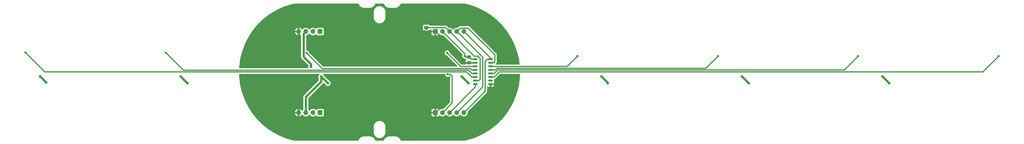
<source format=gbr>
%TF.GenerationSoftware,KiCad,Pcbnew,(5.1.9)-1*%
%TF.CreationDate,2021-04-25T23:04:25+02:00*%
%TF.ProjectId,Schaakbord_Bord,53636861-616b-4626-9f72-645f426f7264,rev?*%
%TF.SameCoordinates,Original*%
%TF.FileFunction,Copper,L2,Bot*%
%TF.FilePolarity,Positive*%
%FSLAX46Y46*%
G04 Gerber Fmt 4.6, Leading zero omitted, Abs format (unit mm)*
G04 Created by KiCad (PCBNEW (5.1.9)-1) date 2021-04-25 23:04:25*
%MOMM*%
%LPD*%
G01*
G04 APERTURE LIST*
%TA.AperFunction,ComponentPad*%
%ADD10R,1.700000X1.700000*%
%TD*%
%TA.AperFunction,ComponentPad*%
%ADD11O,1.700000X1.700000*%
%TD*%
%TA.AperFunction,SMDPad,CuDef*%
%ADD12C,0.100000*%
%TD*%
%TA.AperFunction,SMDPad,CuDef*%
%ADD13R,1.525000X0.650000*%
%TD*%
%TA.AperFunction,ViaPad*%
%ADD14C,1.000000*%
%TD*%
%TA.AperFunction,ViaPad*%
%ADD15C,0.800000*%
%TD*%
%TA.AperFunction,Conductor*%
%ADD16C,0.800000*%
%TD*%
%TA.AperFunction,Conductor*%
%ADD17C,0.400000*%
%TD*%
%TA.AperFunction,Conductor*%
%ADD18C,0.254000*%
%TD*%
%TA.AperFunction,Conductor*%
%ADD19C,0.100000*%
%TD*%
G04 APERTURE END LIST*
D10*
%TO.P,J3,5*%
%TO.N,GNDD*%
X144957800Y14351000D03*
D11*
%TO.P,J3,4*%
%TO.N,+3V3*%
X147497800Y14351000D03*
%TO.P,J3,3*%
%TO.N,SER*%
X150037800Y14351000D03*
%TO.P,J3,2*%
%TO.N,CLK*%
X152577800Y14351000D03*
%TO.P,J3,1*%
%TO.N,SH*%
X155117800Y14351000D03*
%TD*%
%TO.P,J4,1*%
%TO.N,SH*%
X155117800Y-14528800D03*
%TO.P,J4,2*%
%TO.N,CLK*%
X152577800Y-14528800D03*
%TO.P,J4,3*%
%TO.N,QH*%
X150037800Y-14528800D03*
%TO.P,J4,4*%
%TO.N,+3V3*%
X147497800Y-14528800D03*
D10*
%TO.P,J4,5*%
%TO.N,GNDD*%
X144957800Y-14528800D03*
%TD*%
D11*
%TO.P,J2,4*%
%TO.N,GNDD*%
X96266000Y-14541500D03*
%TO.P,J2,3*%
%TO.N,+5V*%
X98806000Y-14541500D03*
%TO.P,J2,2*%
%TO.N,Net-(D8-Pad5)*%
X101346000Y-14541500D03*
D10*
%TO.P,J2,1*%
%TO.N,Net-(D8-Pad6)*%
X103886000Y-14541500D03*
%TD*%
D11*
%TO.P,J1,4*%
%TO.N,GNDD*%
X96266000Y14351000D03*
%TO.P,J1,3*%
%TO.N,+5V*%
X98806000Y14351000D03*
%TO.P,J1,2*%
%TO.N,Net-(D1-Pad2)*%
X101346000Y14351000D03*
D10*
%TO.P,J1,1*%
%TO.N,Net-(D1-Pad1)*%
X103886000Y14351000D03*
%TD*%
%TA.AperFunction,SMDPad,CuDef*%
D12*
%TO.P,JP1,1*%
%TO.N,SER*%
G36*
X141795500Y14774500D02*
G01*
X141045500Y15274500D01*
X141045500Y16274500D01*
X142545500Y16274500D01*
X142545500Y15274500D01*
X141795500Y14774500D01*
G37*
%TD.AperFunction*%
%TA.AperFunction,SMDPad,CuDef*%
%TO.P,JP1,2*%
%TO.N,GNDD*%
G36*
X141045500Y13824500D02*
G01*
X141045500Y14974500D01*
X141795500Y14474500D01*
X142545500Y14974500D01*
X142545500Y13824500D01*
X141045500Y13824500D01*
G37*
%TD.AperFunction*%
%TD*%
D13*
%TO.P,IC5,16*%
%TO.N,+3V3*%
X159213000Y4445000D03*
%TO.P,IC5,15*%
%TO.N,GNDD*%
X159213000Y3175000D03*
%TO.P,IC5,14*%
%TO.N,Net-(IC5-Pad14)*%
X159213000Y1905000D03*
%TO.P,IC5,13*%
%TO.N,Net-(IC5-Pad13)*%
X159213000Y635000D03*
%TO.P,IC5,12*%
%TO.N,Net-(IC5-Pad12)*%
X159213000Y-635000D03*
%TO.P,IC5,11*%
%TO.N,Net-(IC5-Pad11)*%
X159213000Y-1905000D03*
%TO.P,IC5,10*%
%TO.N,SER*%
X159213000Y-3175000D03*
%TO.P,IC5,9*%
%TO.N,QH*%
X159213000Y-4445000D03*
%TO.P,IC5,8*%
%TO.N,GNDD*%
X164637000Y-4445000D03*
%TO.P,IC5,7*%
%TO.N,Net-(IC5-Pad7)*%
X164637000Y-3175000D03*
%TO.P,IC5,6*%
%TO.N,Net-(IC4-Pad3)*%
X164637000Y-1905000D03*
%TO.P,IC5,5*%
%TO.N,Net-(IC3-Pad3)*%
X164637000Y-635000D03*
%TO.P,IC5,4*%
%TO.N,Net-(IC2-Pad3)*%
X164637000Y635000D03*
%TO.P,IC5,3*%
%TO.N,Net-(IC1-Pad3)*%
X164637000Y1905000D03*
%TO.P,IC5,2*%
%TO.N,CLK*%
X164637000Y3175000D03*
%TO.P,IC5,1*%
%TO.N,SH*%
X164637000Y4445000D03*
%TD*%
%TO.P,C5,2*%
%TO.N,+3V3*%
%TA.AperFunction,SMDPad,CuDef*%
G36*
G01*
X157447000Y4662500D02*
X156497000Y4662500D01*
G75*
G02*
X156247000Y4912500I0J250000D01*
G01*
X156247000Y5587500D01*
G75*
G02*
X156497000Y5837500I250000J0D01*
G01*
X157447000Y5837500D01*
G75*
G02*
X157697000Y5587500I0J-250000D01*
G01*
X157697000Y4912500D01*
G75*
G02*
X157447000Y4662500I-250000J0D01*
G01*
G37*
%TD.AperFunction*%
%TO.P,C5,1*%
%TO.N,GNDD*%
%TA.AperFunction,SMDPad,CuDef*%
G36*
G01*
X157447000Y2587500D02*
X156497000Y2587500D01*
G75*
G02*
X156247000Y2837500I0J250000D01*
G01*
X156247000Y3512500D01*
G75*
G02*
X156497000Y3762500I250000J0D01*
G01*
X157447000Y3762500D01*
G75*
G02*
X157697000Y3512500I0J-250000D01*
G01*
X157697000Y2837500D01*
G75*
G02*
X157447000Y2587500I-250000J0D01*
G01*
G37*
%TD.AperFunction*%
%TD*%
D14*
%TO.N,+5V*%
X100711000Y1778000D03*
X4243600Y-1700000D03*
X254179600Y-1700000D03*
X204141600Y-1700000D03*
X154357600Y-1700000D03*
X104319600Y-1700000D03*
X54281600Y-1700000D03*
X304217600Y-1700000D03*
X6350000Y-3810000D03*
X56642000Y-4064000D03*
X106680000Y-4064000D03*
X156718000Y-4064000D03*
X206375000Y-4064000D03*
X256540000Y-4064000D03*
X306578000Y-4064000D03*
%TO.N,GNDD*%
X99568000Y-1651000D03*
D15*
X154559000Y3175000D03*
D14*
X96266000Y3492500D03*
D15*
X168910000Y-2413000D03*
X149422999Y-2850001D03*
%TO.N,+3V3*%
X155448000Y5609500D03*
X149313990Y-889000D03*
%TO.N,Net-(IC1-Pad3)*%
X195580022Y5588000D03*
%TO.N,Net-(IC2-Pad3)*%
X245618000Y5572022D03*
%TO.N,Net-(IC3-Pad3)*%
X295528990Y5588000D03*
%TO.N,Net-(IC4-Pad3)*%
X345567000Y5588004D03*
%TO.N,Net-(IC5-Pad14)*%
X149164000Y6731000D03*
%TO.N,Net-(IC5-Pad13)*%
X99126000Y6731000D03*
%TO.N,Net-(IC5-Pad12)*%
X49088000Y6731000D03*
%TO.N,Net-(IC5-Pad11)*%
X-950000Y6857968D03*
%TD*%
D16*
%TO.N,+5V*%
X4243600Y-1700000D02*
X6350000Y-3806400D01*
X98044000Y13525500D02*
X98806000Y14287500D01*
X98044000Y5334000D02*
X98044000Y13525500D01*
X100711000Y2667000D02*
X98044000Y5334000D01*
X100711000Y1778000D02*
X100711000Y2667000D01*
X56642000Y-4060400D02*
X56642000Y-4064000D01*
X54281600Y-1700000D02*
X56642000Y-4060400D01*
X106680000Y-4064000D02*
X106464100Y-3848100D01*
X106680000Y-4060400D02*
X106680000Y-4064000D01*
X104319600Y-1700000D02*
X106680000Y-4060400D01*
X156718000Y-4060400D02*
X156718000Y-4064000D01*
X154357600Y-1700000D02*
X156718000Y-4060400D01*
X206375000Y-3933400D02*
X206375000Y-4064000D01*
X204141600Y-1700000D02*
X206375000Y-3933400D01*
X256540000Y-4060400D02*
X256540000Y-4064000D01*
X254179600Y-1700000D02*
X256540000Y-4060400D01*
X306578000Y-4060400D02*
X306578000Y-4064000D01*
X304217600Y-1700000D02*
X306578000Y-4060400D01*
X104319600Y-3503400D02*
X104319600Y-1700000D01*
X98856800Y-8966200D02*
X104319600Y-3503400D01*
X98856800Y-14528800D02*
X98856800Y-8966200D01*
D17*
%TO.N,GNDD*%
X159213000Y3175000D02*
X156972000Y3175000D01*
X156972000Y3175000D02*
X154559000Y3175000D01*
D16*
X96266000Y14287500D02*
X96266000Y5080000D01*
X99568000Y-3429000D02*
X99568000Y-1651000D01*
X96266000Y-6731000D02*
X99568000Y-3429000D01*
X96266000Y-14478000D02*
X96266000Y-6731000D01*
D17*
X144970500Y14351000D02*
X142240000Y14351000D01*
X154559000Y4762500D02*
X144970500Y14351000D01*
X154559000Y3175000D02*
X154559000Y4762500D01*
D16*
X96266000Y5080000D02*
X96266000Y3492500D01*
D17*
X164637000Y-4445000D02*
X166878000Y-4445000D01*
X166878000Y-4445000D02*
X168910000Y-2413000D01*
X144970500Y-14541500D02*
X149422999Y-10089001D01*
X149422999Y-10089001D02*
X149422999Y-3415686D01*
X149422999Y-3415686D02*
X149422999Y-2850001D01*
%TO.N,+3V3*%
X155807500Y5250000D02*
X155448000Y5609500D01*
X156972000Y5250000D02*
X155807500Y5250000D01*
X156972000Y5207000D02*
X156972000Y5250000D01*
X157734000Y4445000D02*
X156972000Y5207000D01*
X159213000Y4445000D02*
X157734000Y4445000D01*
X155448000Y6413500D02*
X155448000Y5609500D01*
X147510500Y14351000D02*
X155448000Y6413500D01*
X150241000Y-889000D02*
X149313990Y-889000D01*
X150914002Y-1562002D02*
X150241000Y-889000D01*
X150914002Y-11137998D02*
X150914002Y-1562002D01*
X147510500Y-14541500D02*
X150914002Y-11137998D01*
%TO.N,SER*%
X148627000Y15774500D02*
X150050500Y14351000D01*
X141795500Y15774500D02*
X148627000Y15774500D01*
X160147000Y5588000D02*
X158813500Y5588000D01*
X160909000Y4826000D02*
X160147000Y5588000D01*
X158813500Y5588000D02*
X150050500Y14351000D01*
X160909000Y-2667000D02*
X160909000Y4826000D01*
X160401000Y-3175000D02*
X160909000Y-2667000D01*
X159213000Y-3175000D02*
X160401000Y-3175000D01*
%TO.N,QH*%
X159213000Y-5379000D02*
X159213000Y-4445000D01*
X150050500Y-14541500D02*
X159213000Y-5379000D01*
%TO.N,Net-(IC1-Pad3)*%
X191897022Y1905000D02*
X195580022Y5588000D01*
X164592000Y1905000D02*
X191897022Y1905000D01*
%TO.N,CLK*%
X165735000Y3175000D02*
X166116000Y3556000D01*
X164637000Y3175000D02*
X165735000Y3175000D01*
X166116000Y3556000D02*
X166116000Y6096000D01*
X156610999Y15601001D02*
X153840501Y15601001D01*
X153840501Y15601001D02*
X152590500Y14351000D01*
X166116000Y6096000D02*
X156610999Y15601001D01*
X161798000Y-5334000D02*
X152590500Y-14541500D01*
X161798000Y5238750D02*
X161798000Y-5334000D01*
X152685750Y14351000D02*
X161798000Y5238750D01*
X152590500Y14351000D02*
X152685750Y14351000D01*
%TO.N,SH*%
X164592000Y4889500D02*
X164592000Y4490000D01*
X155130500Y14351000D02*
X164592000Y4889500D01*
X164592000Y4490000D02*
X164637000Y4445000D01*
X162687000Y-6985000D02*
X155130500Y-14541500D01*
X162687000Y3683000D02*
X162687000Y-6985000D01*
X163449000Y4445000D02*
X162687000Y3683000D01*
X164637000Y4445000D02*
X163449000Y4445000D01*
%TO.N,Net-(IC2-Pad3)*%
X164637000Y635000D02*
X166283457Y635000D01*
X166283457Y635000D02*
X166883468Y1235011D01*
X166883468Y1235011D02*
X241280989Y1235011D01*
X241280989Y1235011D02*
X245618000Y5572022D01*
%TO.N,Net-(IC3-Pad3)*%
X290575990Y635000D02*
X167132000Y635000D01*
X167132000Y635000D02*
X165862000Y-635000D01*
X295528990Y5588000D02*
X290575990Y635000D01*
X165862000Y-635000D02*
X164637000Y-635000D01*
%TO.N,Net-(IC4-Pad3)*%
X167767000Y0D02*
X165862000Y-1905000D01*
X339978996Y0D02*
X167767000Y0D01*
X165862000Y-1905000D02*
X164637000Y-1905000D01*
X345567000Y5588004D02*
X339978996Y0D01*
%TO.N,Net-(IC5-Pad14)*%
X149926000Y5969000D02*
X149164000Y6731000D01*
X153990000Y1905000D02*
X149926000Y5969000D01*
X159258000Y1905000D02*
X153990000Y1905000D01*
%TO.N,Net-(IC5-Pad13)*%
X159131000Y635000D02*
X157988000Y635000D01*
X157988000Y635000D02*
X157422978Y1200022D01*
X157422978Y1200022D02*
X104656978Y1200022D01*
X104656978Y1200022D02*
X99126000Y6731000D01*
%TO.N,Net-(IC5-Pad12)*%
X55218989Y600011D02*
X49088000Y6731000D01*
X156752989Y600011D02*
X55218989Y600011D01*
X157988000Y-635000D02*
X156752989Y600011D01*
X158750000Y-635000D02*
X157988000Y-635000D01*
%TO.N,Net-(IC5-Pad11)*%
X5907968Y0D02*
X-950000Y6857968D01*
X159131000Y-1905000D02*
X157988000Y-1905000D01*
X157988000Y-1905000D02*
X156083000Y0D01*
X156083000Y0D02*
X5907968Y0D01*
%TD*%
D18*
%TO.N,GNDD*%
X103437988Y-976480D02*
X103313776Y-1162376D01*
X103228217Y-1368933D01*
X103184600Y-1588212D01*
X103184600Y-1811788D01*
X103228217Y-2031067D01*
X103284601Y-2167189D01*
X103284600Y-3074689D01*
X98160893Y-8198397D01*
X98121405Y-8230804D01*
X98088998Y-8270292D01*
X98088997Y-8270293D01*
X97992066Y-8388403D01*
X97895960Y-8568207D01*
X97836777Y-8763305D01*
X97816794Y-8966200D01*
X97821801Y-9017038D01*
X97821800Y-13425593D01*
X97652525Y-13594868D01*
X97530805Y-13777034D01*
X97461178Y-13660145D01*
X97266269Y-13443912D01*
X97032920Y-13269859D01*
X96770099Y-13144675D01*
X96622890Y-13100024D01*
X96393000Y-13221345D01*
X96393000Y-14414500D01*
X96413000Y-14414500D01*
X96413000Y-14668500D01*
X96393000Y-14668500D01*
X96393000Y-15861655D01*
X96622890Y-15982976D01*
X96770099Y-15938325D01*
X97032920Y-15813141D01*
X97266269Y-15639088D01*
X97461178Y-15422855D01*
X97530805Y-15305966D01*
X97652525Y-15488132D01*
X97859368Y-15694975D01*
X98102589Y-15857490D01*
X98372842Y-15969432D01*
X98659740Y-16026500D01*
X98952260Y-16026500D01*
X99239158Y-15969432D01*
X99509411Y-15857490D01*
X99752632Y-15694975D01*
X99959475Y-15488132D01*
X100076000Y-15313740D01*
X100192525Y-15488132D01*
X100399368Y-15694975D01*
X100642589Y-15857490D01*
X100912842Y-15969432D01*
X101199740Y-16026500D01*
X101492260Y-16026500D01*
X101779158Y-15969432D01*
X102049411Y-15857490D01*
X102292632Y-15694975D01*
X102424487Y-15563120D01*
X102446498Y-15635680D01*
X102505463Y-15745994D01*
X102584815Y-15842685D01*
X102681506Y-15922037D01*
X102791820Y-15981002D01*
X102911518Y-16017312D01*
X103036000Y-16029572D01*
X104736000Y-16029572D01*
X104860482Y-16017312D01*
X104980180Y-15981002D01*
X105090494Y-15922037D01*
X105187185Y-15842685D01*
X105266537Y-15745994D01*
X105325502Y-15635680D01*
X105361812Y-15515982D01*
X105374072Y-15391500D01*
X105374072Y-15378800D01*
X143469728Y-15378800D01*
X143481988Y-15503282D01*
X143518298Y-15622980D01*
X143577263Y-15733294D01*
X143656615Y-15829985D01*
X143753306Y-15909337D01*
X143863620Y-15968302D01*
X143983318Y-16004612D01*
X144107800Y-16016872D01*
X144672050Y-16013800D01*
X144830800Y-15855050D01*
X144830800Y-14655800D01*
X143631550Y-14655800D01*
X143472800Y-14814550D01*
X143469728Y-15378800D01*
X105374072Y-15378800D01*
X105374072Y-13691500D01*
X105372822Y-13678800D01*
X143469728Y-13678800D01*
X143472800Y-14243050D01*
X143631550Y-14401800D01*
X144830800Y-14401800D01*
X144830800Y-13202550D01*
X144672050Y-13043800D01*
X144107800Y-13040728D01*
X143983318Y-13052988D01*
X143863620Y-13089298D01*
X143753306Y-13148263D01*
X143656615Y-13227615D01*
X143577263Y-13324306D01*
X143518298Y-13434620D01*
X143481988Y-13554318D01*
X143469728Y-13678800D01*
X105372822Y-13678800D01*
X105361812Y-13567018D01*
X105325502Y-13447320D01*
X105266537Y-13337006D01*
X105187185Y-13240315D01*
X105090494Y-13160963D01*
X104980180Y-13101998D01*
X104860482Y-13065688D01*
X104736000Y-13053428D01*
X103036000Y-13053428D01*
X102911518Y-13065688D01*
X102791820Y-13101998D01*
X102681506Y-13160963D01*
X102584815Y-13240315D01*
X102505463Y-13337006D01*
X102446498Y-13447320D01*
X102424487Y-13519880D01*
X102292632Y-13388025D01*
X102049411Y-13225510D01*
X101779158Y-13113568D01*
X101492260Y-13056500D01*
X101199740Y-13056500D01*
X100912842Y-13113568D01*
X100642589Y-13225510D01*
X100399368Y-13388025D01*
X100192525Y-13594868D01*
X100076000Y-13769260D01*
X99959475Y-13594868D01*
X99891800Y-13527193D01*
X99891800Y-9394910D01*
X105015508Y-4271203D01*
X105054996Y-4238796D01*
X105137658Y-4138072D01*
X105184334Y-4081198D01*
X105202709Y-4046820D01*
X105615247Y-4459358D01*
X105674176Y-4601624D01*
X105798388Y-4787520D01*
X105956480Y-4945612D01*
X106142376Y-5069824D01*
X106348933Y-5155383D01*
X106568212Y-5199000D01*
X106791788Y-5199000D01*
X107011067Y-5155383D01*
X107217624Y-5069824D01*
X107403520Y-4945612D01*
X107561612Y-4787520D01*
X107685824Y-4601624D01*
X107771383Y-4395067D01*
X107815000Y-4175788D01*
X107815000Y-3952212D01*
X107771383Y-3732933D01*
X107685824Y-3526376D01*
X107561612Y-3340480D01*
X107403520Y-3182388D01*
X107217624Y-3058176D01*
X107087649Y-3004339D01*
X105381807Y-1298497D01*
X105325424Y-1162376D01*
X105201212Y-976480D01*
X105059732Y-835000D01*
X148278990Y-835000D01*
X148278990Y-990939D01*
X148318764Y-1190898D01*
X148396785Y-1379256D01*
X148510053Y-1548774D01*
X148654216Y-1692937D01*
X148823734Y-1806205D01*
X149012092Y-1884226D01*
X149212051Y-1924000D01*
X149415929Y-1924000D01*
X149615888Y-1884226D01*
X149804246Y-1806205D01*
X149908007Y-1736874D01*
X150079003Y-1907871D01*
X150079002Y-10792129D01*
X147796925Y-13074207D01*
X147644060Y-13043800D01*
X147351540Y-13043800D01*
X147064642Y-13100868D01*
X146794389Y-13212810D01*
X146551168Y-13375325D01*
X146419313Y-13507180D01*
X146397302Y-13434620D01*
X146338337Y-13324306D01*
X146258985Y-13227615D01*
X146162294Y-13148263D01*
X146051980Y-13089298D01*
X145932282Y-13052988D01*
X145807800Y-13040728D01*
X145243550Y-13043800D01*
X145084800Y-13202550D01*
X145084800Y-14401800D01*
X145104800Y-14401800D01*
X145104800Y-14655800D01*
X145084800Y-14655800D01*
X145084800Y-15855050D01*
X145243550Y-16013800D01*
X145807800Y-16016872D01*
X145932282Y-16004612D01*
X146051980Y-15968302D01*
X146162294Y-15909337D01*
X146258985Y-15829985D01*
X146338337Y-15733294D01*
X146397302Y-15622980D01*
X146419313Y-15550420D01*
X146551168Y-15682275D01*
X146794389Y-15844790D01*
X147064642Y-15956732D01*
X147351540Y-16013800D01*
X147644060Y-16013800D01*
X147930958Y-15956732D01*
X148201211Y-15844790D01*
X148444432Y-15682275D01*
X148651275Y-15475432D01*
X148767800Y-15301040D01*
X148884325Y-15475432D01*
X149091168Y-15682275D01*
X149334389Y-15844790D01*
X149604642Y-15956732D01*
X149891540Y-16013800D01*
X150184060Y-16013800D01*
X150470958Y-15956732D01*
X150741211Y-15844790D01*
X150984432Y-15682275D01*
X151191275Y-15475432D01*
X151307800Y-15301040D01*
X151424325Y-15475432D01*
X151631168Y-15682275D01*
X151874389Y-15844790D01*
X152144642Y-15956732D01*
X152431540Y-16013800D01*
X152724060Y-16013800D01*
X153010958Y-15956732D01*
X153281211Y-15844790D01*
X153524432Y-15682275D01*
X153731275Y-15475432D01*
X153847800Y-15301040D01*
X153964325Y-15475432D01*
X154171168Y-15682275D01*
X154414389Y-15844790D01*
X154684642Y-15956732D01*
X154971540Y-16013800D01*
X155264060Y-16013800D01*
X155550958Y-15956732D01*
X155821211Y-15844790D01*
X156064432Y-15682275D01*
X156271275Y-15475432D01*
X156433790Y-15232211D01*
X156545732Y-14961958D01*
X156602800Y-14675060D01*
X156602800Y-14382540D01*
X156580821Y-14272046D01*
X163248432Y-7604437D01*
X163280291Y-7578291D01*
X163384636Y-7451146D01*
X163462172Y-7306087D01*
X163509918Y-7148689D01*
X163522000Y-7026019D01*
X163522000Y-7026018D01*
X163526040Y-6985000D01*
X163522000Y-6943982D01*
X163522000Y-5301603D01*
X163630320Y-5359502D01*
X163750018Y-5395812D01*
X163874500Y-5408072D01*
X164351250Y-5405000D01*
X164510000Y-5246250D01*
X164510000Y-4572000D01*
X164764000Y-4572000D01*
X164764000Y-5246250D01*
X164922750Y-5405000D01*
X165399500Y-5408072D01*
X165523982Y-5395812D01*
X165643680Y-5359502D01*
X165753994Y-5300537D01*
X165850685Y-5221185D01*
X165930037Y-5124494D01*
X165989002Y-5014180D01*
X166025312Y-4894482D01*
X166037572Y-4770000D01*
X166034500Y-4730750D01*
X165875750Y-4572000D01*
X164764000Y-4572000D01*
X164510000Y-4572000D01*
X164490000Y-4572000D01*
X164490000Y-4318000D01*
X164510000Y-4318000D01*
X164510000Y-4298000D01*
X164764000Y-4298000D01*
X164764000Y-4318000D01*
X165875750Y-4318000D01*
X166034500Y-4159250D01*
X166037572Y-4120000D01*
X166025312Y-3995518D01*
X165989002Y-3875820D01*
X165953820Y-3810000D01*
X165989002Y-3744180D01*
X166025312Y-3624482D01*
X166037572Y-3500000D01*
X166037572Y-2850000D01*
X166025550Y-2727932D01*
X166025689Y-2727918D01*
X166183087Y-2680172D01*
X166328146Y-2602636D01*
X166455291Y-2498291D01*
X166481446Y-2466421D01*
X168112869Y-835000D01*
X174991074Y-835000D01*
X174985812Y-1096271D01*
X174925361Y-2095653D01*
X174824714Y-3091829D01*
X174684043Y-4083102D01*
X174503566Y-5067929D01*
X174283581Y-6044690D01*
X174024445Y-7011797D01*
X173726574Y-7967698D01*
X173390463Y-8910808D01*
X173016642Y-9839636D01*
X172605737Y-10752629D01*
X172158385Y-11648372D01*
X171675332Y-12525369D01*
X171157373Y-13382178D01*
X170605305Y-14217480D01*
X170020073Y-15029843D01*
X169402602Y-15817986D01*
X168753910Y-16580612D01*
X168075008Y-17316529D01*
X167367029Y-18024508D01*
X166631112Y-18703410D01*
X165868486Y-19352102D01*
X165080343Y-19969573D01*
X164267980Y-20554805D01*
X163432678Y-21106873D01*
X162575869Y-21624832D01*
X161698872Y-22107885D01*
X160803129Y-22555237D01*
X159890136Y-22966142D01*
X158961308Y-23339963D01*
X158018198Y-23676074D01*
X157062297Y-23973945D01*
X156095190Y-24233081D01*
X155365149Y-24397500D01*
X132686858Y-24397500D01*
X132653384Y-24289364D01*
X132629326Y-24232134D01*
X132606068Y-24174568D01*
X132601578Y-24166123D01*
X132460112Y-23904488D01*
X132425401Y-23853027D01*
X132391400Y-23801067D01*
X132385355Y-23793655D01*
X132195766Y-23564480D01*
X132151711Y-23520732D01*
X132108272Y-23476373D01*
X132100903Y-23470277D01*
X131870409Y-23282291D01*
X131818696Y-23247933D01*
X131767469Y-23212858D01*
X131759056Y-23208308D01*
X131496438Y-23068672D01*
X131439033Y-23045012D01*
X131381976Y-23020557D01*
X131372839Y-23017729D01*
X131088101Y-22931760D01*
X131027171Y-22919696D01*
X130966468Y-22906793D01*
X130956960Y-22905793D01*
X130956956Y-22905793D01*
X130660944Y-22876769D01*
X130660937Y-22876769D01*
X130627747Y-22873500D01*
X128591953Y-22873500D01*
X128562289Y-22876422D01*
X128552878Y-22876356D01*
X128543359Y-22877289D01*
X128247556Y-22908379D01*
X128186695Y-22920872D01*
X128125752Y-22932498D01*
X128116601Y-22935260D01*
X128116597Y-22935261D01*
X128116594Y-22935262D01*
X128116595Y-22935262D01*
X127832464Y-23023216D01*
X127775234Y-23047274D01*
X127717668Y-23070532D01*
X127709223Y-23075022D01*
X127447588Y-23216488D01*
X127396127Y-23251199D01*
X127344167Y-23285200D01*
X127336755Y-23291245D01*
X127107580Y-23480834D01*
X127063832Y-23524889D01*
X127019473Y-23568328D01*
X127013377Y-23575697D01*
X126825391Y-23806191D01*
X126791033Y-23857904D01*
X126755958Y-23909131D01*
X126751408Y-23917544D01*
X126611772Y-24180162D01*
X126588112Y-24237567D01*
X126563657Y-24294624D01*
X126560829Y-24303761D01*
X126532527Y-24397500D01*
X123657158Y-24397500D01*
X123623684Y-24289364D01*
X123599626Y-24232134D01*
X123576368Y-24174568D01*
X123571878Y-24166123D01*
X123430412Y-23904488D01*
X123395701Y-23853027D01*
X123361700Y-23801067D01*
X123355655Y-23793655D01*
X123166066Y-23564480D01*
X123122011Y-23520732D01*
X123078572Y-23476373D01*
X123071203Y-23470277D01*
X122840709Y-23282291D01*
X122788996Y-23247933D01*
X122737769Y-23212858D01*
X122729356Y-23208308D01*
X122466738Y-23068672D01*
X122409333Y-23045012D01*
X122352276Y-23020557D01*
X122343139Y-23017729D01*
X122058401Y-22931760D01*
X121997471Y-22919696D01*
X121936768Y-22906793D01*
X121927260Y-22905793D01*
X121927256Y-22905793D01*
X121631244Y-22876769D01*
X121631237Y-22876769D01*
X121598047Y-22873500D01*
X119562253Y-22873500D01*
X119532589Y-22876422D01*
X119523178Y-22876356D01*
X119513659Y-22877289D01*
X119217856Y-22908379D01*
X119156995Y-22920872D01*
X119096052Y-22932498D01*
X119086901Y-22935260D01*
X119086897Y-22935261D01*
X119086894Y-22935262D01*
X119086895Y-22935262D01*
X118802764Y-23023216D01*
X118745534Y-23047274D01*
X118687968Y-23070532D01*
X118679523Y-23075022D01*
X118417888Y-23216488D01*
X118366427Y-23251199D01*
X118314467Y-23285200D01*
X118307055Y-23291245D01*
X118077880Y-23480834D01*
X118034132Y-23524889D01*
X117989773Y-23568328D01*
X117983677Y-23575697D01*
X117795691Y-23806191D01*
X117761333Y-23857904D01*
X117726258Y-23909131D01*
X117721708Y-23917544D01*
X117582072Y-24180162D01*
X117558412Y-24237567D01*
X117533957Y-24294624D01*
X117531129Y-24303761D01*
X117502827Y-24397500D01*
X94824851Y-24397500D01*
X94094810Y-24233081D01*
X93127703Y-23973945D01*
X92171802Y-23676074D01*
X91228692Y-23339963D01*
X90299864Y-22966142D01*
X89386871Y-22555237D01*
X88491128Y-22107885D01*
X87614131Y-21624832D01*
X87507128Y-21560146D01*
X122886000Y-21560146D01*
X122888922Y-21589810D01*
X122888856Y-21599222D01*
X122889789Y-21608740D01*
X122920879Y-21904544D01*
X122933370Y-21965398D01*
X122944998Y-22026349D01*
X122947762Y-22035505D01*
X123035716Y-22319636D01*
X123059784Y-22376890D01*
X123083032Y-22434432D01*
X123087521Y-22442874D01*
X123087523Y-22442879D01*
X123087526Y-22442884D01*
X123228987Y-22704512D01*
X123263718Y-22756001D01*
X123297700Y-22807932D01*
X123303744Y-22815344D01*
X123493334Y-23044520D01*
X123537389Y-23088269D01*
X123580828Y-23132627D01*
X123588197Y-23138723D01*
X123818692Y-23326710D01*
X123870436Y-23361089D01*
X123921631Y-23396142D01*
X123930044Y-23400692D01*
X124192662Y-23540328D01*
X124250081Y-23563994D01*
X124307125Y-23588443D01*
X124316261Y-23591272D01*
X124600999Y-23677240D01*
X124661929Y-23689304D01*
X124722632Y-23702207D01*
X124732141Y-23703207D01*
X124732143Y-23703207D01*
X125028156Y-23732231D01*
X125058078Y-23732231D01*
X125087818Y-23735462D01*
X125097382Y-23735496D01*
X125108021Y-23735459D01*
X125137795Y-23732435D01*
X125167722Y-23732644D01*
X125177240Y-23731711D01*
X125473044Y-23700621D01*
X125533898Y-23688130D01*
X125594849Y-23676502D01*
X125603999Y-23673740D01*
X125604003Y-23673739D01*
X125604006Y-23673738D01*
X125888136Y-23585784D01*
X125945390Y-23561716D01*
X126002932Y-23538468D01*
X126011374Y-23533979D01*
X126011379Y-23533977D01*
X126011384Y-23533974D01*
X126273012Y-23392513D01*
X126324501Y-23357782D01*
X126376432Y-23323800D01*
X126383844Y-23317756D01*
X126613020Y-23128166D01*
X126656769Y-23084111D01*
X126701127Y-23040672D01*
X126707223Y-23033303D01*
X126895210Y-22802808D01*
X126929589Y-22751064D01*
X126964642Y-22699869D01*
X126969192Y-22691456D01*
X127108828Y-22428838D01*
X127132494Y-22371419D01*
X127156943Y-22314375D01*
X127159772Y-22305239D01*
X127245740Y-22020501D01*
X127257804Y-21959571D01*
X127270707Y-21898868D01*
X127271707Y-21889357D01*
X127300731Y-21593344D01*
X127300731Y-21593337D01*
X127304000Y-21560147D01*
X127304000Y-19524353D01*
X127301078Y-19494689D01*
X127301144Y-19485278D01*
X127300211Y-19475759D01*
X127269121Y-19179956D01*
X127256628Y-19119095D01*
X127245002Y-19058152D01*
X127242238Y-19048995D01*
X127154284Y-18764864D01*
X127130226Y-18707634D01*
X127106968Y-18650068D01*
X127102478Y-18641623D01*
X126961012Y-18379988D01*
X126926301Y-18328527D01*
X126892300Y-18276567D01*
X126886255Y-18269155D01*
X126696666Y-18039980D01*
X126652611Y-17996232D01*
X126609172Y-17951873D01*
X126601803Y-17945777D01*
X126371309Y-17757791D01*
X126319596Y-17723433D01*
X126268369Y-17688358D01*
X126259956Y-17683808D01*
X125997338Y-17544172D01*
X125939933Y-17520512D01*
X125882876Y-17496057D01*
X125873739Y-17493229D01*
X125589001Y-17407260D01*
X125528071Y-17395196D01*
X125467368Y-17382293D01*
X125457860Y-17381293D01*
X125457856Y-17381293D01*
X125161844Y-17352269D01*
X125131922Y-17352269D01*
X125102182Y-17349038D01*
X125092618Y-17349004D01*
X125081979Y-17349041D01*
X125052205Y-17352065D01*
X125022278Y-17351856D01*
X125012759Y-17352789D01*
X124716956Y-17383879D01*
X124656095Y-17396372D01*
X124595152Y-17407998D01*
X124586001Y-17410760D01*
X124585997Y-17410761D01*
X124585994Y-17410762D01*
X124585995Y-17410762D01*
X124301864Y-17498716D01*
X124244634Y-17522774D01*
X124187068Y-17546032D01*
X124178623Y-17550522D01*
X123916988Y-17691988D01*
X123865527Y-17726699D01*
X123813567Y-17760700D01*
X123806155Y-17766745D01*
X123576980Y-17956334D01*
X123533232Y-18000389D01*
X123488873Y-18043828D01*
X123482777Y-18051197D01*
X123294791Y-18281691D01*
X123260433Y-18333404D01*
X123225358Y-18384631D01*
X123220808Y-18393044D01*
X123081172Y-18655662D01*
X123057512Y-18713067D01*
X123033057Y-18770124D01*
X123030229Y-18779261D01*
X122944260Y-19063999D01*
X122932196Y-19124929D01*
X122919293Y-19185632D01*
X122918293Y-19195144D01*
X122889269Y-19491156D01*
X122889269Y-19491173D01*
X122886001Y-19524353D01*
X122886000Y-21560146D01*
X87507128Y-21560146D01*
X86757322Y-21106873D01*
X85922020Y-20554805D01*
X85109657Y-19969573D01*
X84321514Y-19352102D01*
X83558888Y-18703410D01*
X82822971Y-18024508D01*
X82114992Y-17316529D01*
X81436090Y-16580612D01*
X80787398Y-15817986D01*
X80169927Y-15029843D01*
X80075229Y-14898391D01*
X94824519Y-14898391D01*
X94921843Y-15172752D01*
X95070822Y-15422855D01*
X95265731Y-15639088D01*
X95499080Y-15813141D01*
X95761901Y-15938325D01*
X95909110Y-15982976D01*
X96139000Y-15861655D01*
X96139000Y-14668500D01*
X94945186Y-14668500D01*
X94824519Y-14898391D01*
X80075229Y-14898391D01*
X79584695Y-14217480D01*
X79562970Y-14184609D01*
X94824519Y-14184609D01*
X94945186Y-14414500D01*
X96139000Y-14414500D01*
X96139000Y-13221345D01*
X95909110Y-13100024D01*
X95761901Y-13144675D01*
X95499080Y-13269859D01*
X95265731Y-13443912D01*
X95070822Y-13660145D01*
X94921843Y-13910248D01*
X94824519Y-14184609D01*
X79562970Y-14184609D01*
X79032627Y-13382178D01*
X78514668Y-12525369D01*
X78031615Y-11648372D01*
X77584263Y-10752629D01*
X77173358Y-9839636D01*
X76799537Y-8910808D01*
X76463426Y-7967698D01*
X76165555Y-7011797D01*
X75906419Y-6044690D01*
X75686434Y-5067929D01*
X75505957Y-4083102D01*
X75365286Y-3091829D01*
X75264639Y-2095653D01*
X75204188Y-1096271D01*
X75198926Y-835000D01*
X103579468Y-835000D01*
X103437988Y-976480D01*
%TA.AperFunction,Conductor*%
D19*
G36*
X103437988Y-976480D02*
G01*
X103313776Y-1162376D01*
X103228217Y-1368933D01*
X103184600Y-1588212D01*
X103184600Y-1811788D01*
X103228217Y-2031067D01*
X103284601Y-2167189D01*
X103284600Y-3074689D01*
X98160893Y-8198397D01*
X98121405Y-8230804D01*
X98088998Y-8270292D01*
X98088997Y-8270293D01*
X97992066Y-8388403D01*
X97895960Y-8568207D01*
X97836777Y-8763305D01*
X97816794Y-8966200D01*
X97821801Y-9017038D01*
X97821800Y-13425593D01*
X97652525Y-13594868D01*
X97530805Y-13777034D01*
X97461178Y-13660145D01*
X97266269Y-13443912D01*
X97032920Y-13269859D01*
X96770099Y-13144675D01*
X96622890Y-13100024D01*
X96393000Y-13221345D01*
X96393000Y-14414500D01*
X96413000Y-14414500D01*
X96413000Y-14668500D01*
X96393000Y-14668500D01*
X96393000Y-15861655D01*
X96622890Y-15982976D01*
X96770099Y-15938325D01*
X97032920Y-15813141D01*
X97266269Y-15639088D01*
X97461178Y-15422855D01*
X97530805Y-15305966D01*
X97652525Y-15488132D01*
X97859368Y-15694975D01*
X98102589Y-15857490D01*
X98372842Y-15969432D01*
X98659740Y-16026500D01*
X98952260Y-16026500D01*
X99239158Y-15969432D01*
X99509411Y-15857490D01*
X99752632Y-15694975D01*
X99959475Y-15488132D01*
X100076000Y-15313740D01*
X100192525Y-15488132D01*
X100399368Y-15694975D01*
X100642589Y-15857490D01*
X100912842Y-15969432D01*
X101199740Y-16026500D01*
X101492260Y-16026500D01*
X101779158Y-15969432D01*
X102049411Y-15857490D01*
X102292632Y-15694975D01*
X102424487Y-15563120D01*
X102446498Y-15635680D01*
X102505463Y-15745994D01*
X102584815Y-15842685D01*
X102681506Y-15922037D01*
X102791820Y-15981002D01*
X102911518Y-16017312D01*
X103036000Y-16029572D01*
X104736000Y-16029572D01*
X104860482Y-16017312D01*
X104980180Y-15981002D01*
X105090494Y-15922037D01*
X105187185Y-15842685D01*
X105266537Y-15745994D01*
X105325502Y-15635680D01*
X105361812Y-15515982D01*
X105374072Y-15391500D01*
X105374072Y-15378800D01*
X143469728Y-15378800D01*
X143481988Y-15503282D01*
X143518298Y-15622980D01*
X143577263Y-15733294D01*
X143656615Y-15829985D01*
X143753306Y-15909337D01*
X143863620Y-15968302D01*
X143983318Y-16004612D01*
X144107800Y-16016872D01*
X144672050Y-16013800D01*
X144830800Y-15855050D01*
X144830800Y-14655800D01*
X143631550Y-14655800D01*
X143472800Y-14814550D01*
X143469728Y-15378800D01*
X105374072Y-15378800D01*
X105374072Y-13691500D01*
X105372822Y-13678800D01*
X143469728Y-13678800D01*
X143472800Y-14243050D01*
X143631550Y-14401800D01*
X144830800Y-14401800D01*
X144830800Y-13202550D01*
X144672050Y-13043800D01*
X144107800Y-13040728D01*
X143983318Y-13052988D01*
X143863620Y-13089298D01*
X143753306Y-13148263D01*
X143656615Y-13227615D01*
X143577263Y-13324306D01*
X143518298Y-13434620D01*
X143481988Y-13554318D01*
X143469728Y-13678800D01*
X105372822Y-13678800D01*
X105361812Y-13567018D01*
X105325502Y-13447320D01*
X105266537Y-13337006D01*
X105187185Y-13240315D01*
X105090494Y-13160963D01*
X104980180Y-13101998D01*
X104860482Y-13065688D01*
X104736000Y-13053428D01*
X103036000Y-13053428D01*
X102911518Y-13065688D01*
X102791820Y-13101998D01*
X102681506Y-13160963D01*
X102584815Y-13240315D01*
X102505463Y-13337006D01*
X102446498Y-13447320D01*
X102424487Y-13519880D01*
X102292632Y-13388025D01*
X102049411Y-13225510D01*
X101779158Y-13113568D01*
X101492260Y-13056500D01*
X101199740Y-13056500D01*
X100912842Y-13113568D01*
X100642589Y-13225510D01*
X100399368Y-13388025D01*
X100192525Y-13594868D01*
X100076000Y-13769260D01*
X99959475Y-13594868D01*
X99891800Y-13527193D01*
X99891800Y-9394910D01*
X105015508Y-4271203D01*
X105054996Y-4238796D01*
X105137658Y-4138072D01*
X105184334Y-4081198D01*
X105202709Y-4046820D01*
X105615247Y-4459358D01*
X105674176Y-4601624D01*
X105798388Y-4787520D01*
X105956480Y-4945612D01*
X106142376Y-5069824D01*
X106348933Y-5155383D01*
X106568212Y-5199000D01*
X106791788Y-5199000D01*
X107011067Y-5155383D01*
X107217624Y-5069824D01*
X107403520Y-4945612D01*
X107561612Y-4787520D01*
X107685824Y-4601624D01*
X107771383Y-4395067D01*
X107815000Y-4175788D01*
X107815000Y-3952212D01*
X107771383Y-3732933D01*
X107685824Y-3526376D01*
X107561612Y-3340480D01*
X107403520Y-3182388D01*
X107217624Y-3058176D01*
X107087649Y-3004339D01*
X105381807Y-1298497D01*
X105325424Y-1162376D01*
X105201212Y-976480D01*
X105059732Y-835000D01*
X148278990Y-835000D01*
X148278990Y-990939D01*
X148318764Y-1190898D01*
X148396785Y-1379256D01*
X148510053Y-1548774D01*
X148654216Y-1692937D01*
X148823734Y-1806205D01*
X149012092Y-1884226D01*
X149212051Y-1924000D01*
X149415929Y-1924000D01*
X149615888Y-1884226D01*
X149804246Y-1806205D01*
X149908007Y-1736874D01*
X150079003Y-1907871D01*
X150079002Y-10792129D01*
X147796925Y-13074207D01*
X147644060Y-13043800D01*
X147351540Y-13043800D01*
X147064642Y-13100868D01*
X146794389Y-13212810D01*
X146551168Y-13375325D01*
X146419313Y-13507180D01*
X146397302Y-13434620D01*
X146338337Y-13324306D01*
X146258985Y-13227615D01*
X146162294Y-13148263D01*
X146051980Y-13089298D01*
X145932282Y-13052988D01*
X145807800Y-13040728D01*
X145243550Y-13043800D01*
X145084800Y-13202550D01*
X145084800Y-14401800D01*
X145104800Y-14401800D01*
X145104800Y-14655800D01*
X145084800Y-14655800D01*
X145084800Y-15855050D01*
X145243550Y-16013800D01*
X145807800Y-16016872D01*
X145932282Y-16004612D01*
X146051980Y-15968302D01*
X146162294Y-15909337D01*
X146258985Y-15829985D01*
X146338337Y-15733294D01*
X146397302Y-15622980D01*
X146419313Y-15550420D01*
X146551168Y-15682275D01*
X146794389Y-15844790D01*
X147064642Y-15956732D01*
X147351540Y-16013800D01*
X147644060Y-16013800D01*
X147930958Y-15956732D01*
X148201211Y-15844790D01*
X148444432Y-15682275D01*
X148651275Y-15475432D01*
X148767800Y-15301040D01*
X148884325Y-15475432D01*
X149091168Y-15682275D01*
X149334389Y-15844790D01*
X149604642Y-15956732D01*
X149891540Y-16013800D01*
X150184060Y-16013800D01*
X150470958Y-15956732D01*
X150741211Y-15844790D01*
X150984432Y-15682275D01*
X151191275Y-15475432D01*
X151307800Y-15301040D01*
X151424325Y-15475432D01*
X151631168Y-15682275D01*
X151874389Y-15844790D01*
X152144642Y-15956732D01*
X152431540Y-16013800D01*
X152724060Y-16013800D01*
X153010958Y-15956732D01*
X153281211Y-15844790D01*
X153524432Y-15682275D01*
X153731275Y-15475432D01*
X153847800Y-15301040D01*
X153964325Y-15475432D01*
X154171168Y-15682275D01*
X154414389Y-15844790D01*
X154684642Y-15956732D01*
X154971540Y-16013800D01*
X155264060Y-16013800D01*
X155550958Y-15956732D01*
X155821211Y-15844790D01*
X156064432Y-15682275D01*
X156271275Y-15475432D01*
X156433790Y-15232211D01*
X156545732Y-14961958D01*
X156602800Y-14675060D01*
X156602800Y-14382540D01*
X156580821Y-14272046D01*
X163248432Y-7604437D01*
X163280291Y-7578291D01*
X163384636Y-7451146D01*
X163462172Y-7306087D01*
X163509918Y-7148689D01*
X163522000Y-7026019D01*
X163522000Y-7026018D01*
X163526040Y-6985000D01*
X163522000Y-6943982D01*
X163522000Y-5301603D01*
X163630320Y-5359502D01*
X163750018Y-5395812D01*
X163874500Y-5408072D01*
X164351250Y-5405000D01*
X164510000Y-5246250D01*
X164510000Y-4572000D01*
X164764000Y-4572000D01*
X164764000Y-5246250D01*
X164922750Y-5405000D01*
X165399500Y-5408072D01*
X165523982Y-5395812D01*
X165643680Y-5359502D01*
X165753994Y-5300537D01*
X165850685Y-5221185D01*
X165930037Y-5124494D01*
X165989002Y-5014180D01*
X166025312Y-4894482D01*
X166037572Y-4770000D01*
X166034500Y-4730750D01*
X165875750Y-4572000D01*
X164764000Y-4572000D01*
X164510000Y-4572000D01*
X164490000Y-4572000D01*
X164490000Y-4318000D01*
X164510000Y-4318000D01*
X164510000Y-4298000D01*
X164764000Y-4298000D01*
X164764000Y-4318000D01*
X165875750Y-4318000D01*
X166034500Y-4159250D01*
X166037572Y-4120000D01*
X166025312Y-3995518D01*
X165989002Y-3875820D01*
X165953820Y-3810000D01*
X165989002Y-3744180D01*
X166025312Y-3624482D01*
X166037572Y-3500000D01*
X166037572Y-2850000D01*
X166025550Y-2727932D01*
X166025689Y-2727918D01*
X166183087Y-2680172D01*
X166328146Y-2602636D01*
X166455291Y-2498291D01*
X166481446Y-2466421D01*
X168112869Y-835000D01*
X174991074Y-835000D01*
X174985812Y-1096271D01*
X174925361Y-2095653D01*
X174824714Y-3091829D01*
X174684043Y-4083102D01*
X174503566Y-5067929D01*
X174283581Y-6044690D01*
X174024445Y-7011797D01*
X173726574Y-7967698D01*
X173390463Y-8910808D01*
X173016642Y-9839636D01*
X172605737Y-10752629D01*
X172158385Y-11648372D01*
X171675332Y-12525369D01*
X171157373Y-13382178D01*
X170605305Y-14217480D01*
X170020073Y-15029843D01*
X169402602Y-15817986D01*
X168753910Y-16580612D01*
X168075008Y-17316529D01*
X167367029Y-18024508D01*
X166631112Y-18703410D01*
X165868486Y-19352102D01*
X165080343Y-19969573D01*
X164267980Y-20554805D01*
X163432678Y-21106873D01*
X162575869Y-21624832D01*
X161698872Y-22107885D01*
X160803129Y-22555237D01*
X159890136Y-22966142D01*
X158961308Y-23339963D01*
X158018198Y-23676074D01*
X157062297Y-23973945D01*
X156095190Y-24233081D01*
X155365149Y-24397500D01*
X132686858Y-24397500D01*
X132653384Y-24289364D01*
X132629326Y-24232134D01*
X132606068Y-24174568D01*
X132601578Y-24166123D01*
X132460112Y-23904488D01*
X132425401Y-23853027D01*
X132391400Y-23801067D01*
X132385355Y-23793655D01*
X132195766Y-23564480D01*
X132151711Y-23520732D01*
X132108272Y-23476373D01*
X132100903Y-23470277D01*
X131870409Y-23282291D01*
X131818696Y-23247933D01*
X131767469Y-23212858D01*
X131759056Y-23208308D01*
X131496438Y-23068672D01*
X131439033Y-23045012D01*
X131381976Y-23020557D01*
X131372839Y-23017729D01*
X131088101Y-22931760D01*
X131027171Y-22919696D01*
X130966468Y-22906793D01*
X130956960Y-22905793D01*
X130956956Y-22905793D01*
X130660944Y-22876769D01*
X130660937Y-22876769D01*
X130627747Y-22873500D01*
X128591953Y-22873500D01*
X128562289Y-22876422D01*
X128552878Y-22876356D01*
X128543359Y-22877289D01*
X128247556Y-22908379D01*
X128186695Y-22920872D01*
X128125752Y-22932498D01*
X128116601Y-22935260D01*
X128116597Y-22935261D01*
X128116594Y-22935262D01*
X128116595Y-22935262D01*
X127832464Y-23023216D01*
X127775234Y-23047274D01*
X127717668Y-23070532D01*
X127709223Y-23075022D01*
X127447588Y-23216488D01*
X127396127Y-23251199D01*
X127344167Y-23285200D01*
X127336755Y-23291245D01*
X127107580Y-23480834D01*
X127063832Y-23524889D01*
X127019473Y-23568328D01*
X127013377Y-23575697D01*
X126825391Y-23806191D01*
X126791033Y-23857904D01*
X126755958Y-23909131D01*
X126751408Y-23917544D01*
X126611772Y-24180162D01*
X126588112Y-24237567D01*
X126563657Y-24294624D01*
X126560829Y-24303761D01*
X126532527Y-24397500D01*
X123657158Y-24397500D01*
X123623684Y-24289364D01*
X123599626Y-24232134D01*
X123576368Y-24174568D01*
X123571878Y-24166123D01*
X123430412Y-23904488D01*
X123395701Y-23853027D01*
X123361700Y-23801067D01*
X123355655Y-23793655D01*
X123166066Y-23564480D01*
X123122011Y-23520732D01*
X123078572Y-23476373D01*
X123071203Y-23470277D01*
X122840709Y-23282291D01*
X122788996Y-23247933D01*
X122737769Y-23212858D01*
X122729356Y-23208308D01*
X122466738Y-23068672D01*
X122409333Y-23045012D01*
X122352276Y-23020557D01*
X122343139Y-23017729D01*
X122058401Y-22931760D01*
X121997471Y-22919696D01*
X121936768Y-22906793D01*
X121927260Y-22905793D01*
X121927256Y-22905793D01*
X121631244Y-22876769D01*
X121631237Y-22876769D01*
X121598047Y-22873500D01*
X119562253Y-22873500D01*
X119532589Y-22876422D01*
X119523178Y-22876356D01*
X119513659Y-22877289D01*
X119217856Y-22908379D01*
X119156995Y-22920872D01*
X119096052Y-22932498D01*
X119086901Y-22935260D01*
X119086897Y-22935261D01*
X119086894Y-22935262D01*
X119086895Y-22935262D01*
X118802764Y-23023216D01*
X118745534Y-23047274D01*
X118687968Y-23070532D01*
X118679523Y-23075022D01*
X118417888Y-23216488D01*
X118366427Y-23251199D01*
X118314467Y-23285200D01*
X118307055Y-23291245D01*
X118077880Y-23480834D01*
X118034132Y-23524889D01*
X117989773Y-23568328D01*
X117983677Y-23575697D01*
X117795691Y-23806191D01*
X117761333Y-23857904D01*
X117726258Y-23909131D01*
X117721708Y-23917544D01*
X117582072Y-24180162D01*
X117558412Y-24237567D01*
X117533957Y-24294624D01*
X117531129Y-24303761D01*
X117502827Y-24397500D01*
X94824851Y-24397500D01*
X94094810Y-24233081D01*
X93127703Y-23973945D01*
X92171802Y-23676074D01*
X91228692Y-23339963D01*
X90299864Y-22966142D01*
X89386871Y-22555237D01*
X88491128Y-22107885D01*
X87614131Y-21624832D01*
X87507128Y-21560146D01*
X122886000Y-21560146D01*
X122888922Y-21589810D01*
X122888856Y-21599222D01*
X122889789Y-21608740D01*
X122920879Y-21904544D01*
X122933370Y-21965398D01*
X122944998Y-22026349D01*
X122947762Y-22035505D01*
X123035716Y-22319636D01*
X123059784Y-22376890D01*
X123083032Y-22434432D01*
X123087521Y-22442874D01*
X123087523Y-22442879D01*
X123087526Y-22442884D01*
X123228987Y-22704512D01*
X123263718Y-22756001D01*
X123297700Y-22807932D01*
X123303744Y-22815344D01*
X123493334Y-23044520D01*
X123537389Y-23088269D01*
X123580828Y-23132627D01*
X123588197Y-23138723D01*
X123818692Y-23326710D01*
X123870436Y-23361089D01*
X123921631Y-23396142D01*
X123930044Y-23400692D01*
X124192662Y-23540328D01*
X124250081Y-23563994D01*
X124307125Y-23588443D01*
X124316261Y-23591272D01*
X124600999Y-23677240D01*
X124661929Y-23689304D01*
X124722632Y-23702207D01*
X124732141Y-23703207D01*
X124732143Y-23703207D01*
X125028156Y-23732231D01*
X125058078Y-23732231D01*
X125087818Y-23735462D01*
X125097382Y-23735496D01*
X125108021Y-23735459D01*
X125137795Y-23732435D01*
X125167722Y-23732644D01*
X125177240Y-23731711D01*
X125473044Y-23700621D01*
X125533898Y-23688130D01*
X125594849Y-23676502D01*
X125603999Y-23673740D01*
X125604003Y-23673739D01*
X125604006Y-23673738D01*
X125888136Y-23585784D01*
X125945390Y-23561716D01*
X126002932Y-23538468D01*
X126011374Y-23533979D01*
X126011379Y-23533977D01*
X126011384Y-23533974D01*
X126273012Y-23392513D01*
X126324501Y-23357782D01*
X126376432Y-23323800D01*
X126383844Y-23317756D01*
X126613020Y-23128166D01*
X126656769Y-23084111D01*
X126701127Y-23040672D01*
X126707223Y-23033303D01*
X126895210Y-22802808D01*
X126929589Y-22751064D01*
X126964642Y-22699869D01*
X126969192Y-22691456D01*
X127108828Y-22428838D01*
X127132494Y-22371419D01*
X127156943Y-22314375D01*
X127159772Y-22305239D01*
X127245740Y-22020501D01*
X127257804Y-21959571D01*
X127270707Y-21898868D01*
X127271707Y-21889357D01*
X127300731Y-21593344D01*
X127300731Y-21593337D01*
X127304000Y-21560147D01*
X127304000Y-19524353D01*
X127301078Y-19494689D01*
X127301144Y-19485278D01*
X127300211Y-19475759D01*
X127269121Y-19179956D01*
X127256628Y-19119095D01*
X127245002Y-19058152D01*
X127242238Y-19048995D01*
X127154284Y-18764864D01*
X127130226Y-18707634D01*
X127106968Y-18650068D01*
X127102478Y-18641623D01*
X126961012Y-18379988D01*
X126926301Y-18328527D01*
X126892300Y-18276567D01*
X126886255Y-18269155D01*
X126696666Y-18039980D01*
X126652611Y-17996232D01*
X126609172Y-17951873D01*
X126601803Y-17945777D01*
X126371309Y-17757791D01*
X126319596Y-17723433D01*
X126268369Y-17688358D01*
X126259956Y-17683808D01*
X125997338Y-17544172D01*
X125939933Y-17520512D01*
X125882876Y-17496057D01*
X125873739Y-17493229D01*
X125589001Y-17407260D01*
X125528071Y-17395196D01*
X125467368Y-17382293D01*
X125457860Y-17381293D01*
X125457856Y-17381293D01*
X125161844Y-17352269D01*
X125131922Y-17352269D01*
X125102182Y-17349038D01*
X125092618Y-17349004D01*
X125081979Y-17349041D01*
X125052205Y-17352065D01*
X125022278Y-17351856D01*
X125012759Y-17352789D01*
X124716956Y-17383879D01*
X124656095Y-17396372D01*
X124595152Y-17407998D01*
X124586001Y-17410760D01*
X124585997Y-17410761D01*
X124585994Y-17410762D01*
X124585995Y-17410762D01*
X124301864Y-17498716D01*
X124244634Y-17522774D01*
X124187068Y-17546032D01*
X124178623Y-17550522D01*
X123916988Y-17691988D01*
X123865527Y-17726699D01*
X123813567Y-17760700D01*
X123806155Y-17766745D01*
X123576980Y-17956334D01*
X123533232Y-18000389D01*
X123488873Y-18043828D01*
X123482777Y-18051197D01*
X123294791Y-18281691D01*
X123260433Y-18333404D01*
X123225358Y-18384631D01*
X123220808Y-18393044D01*
X123081172Y-18655662D01*
X123057512Y-18713067D01*
X123033057Y-18770124D01*
X123030229Y-18779261D01*
X122944260Y-19063999D01*
X122932196Y-19124929D01*
X122919293Y-19185632D01*
X122918293Y-19195144D01*
X122889269Y-19491156D01*
X122889269Y-19491173D01*
X122886001Y-19524353D01*
X122886000Y-21560146D01*
X87507128Y-21560146D01*
X86757322Y-21106873D01*
X85922020Y-20554805D01*
X85109657Y-19969573D01*
X84321514Y-19352102D01*
X83558888Y-18703410D01*
X82822971Y-18024508D01*
X82114992Y-17316529D01*
X81436090Y-16580612D01*
X80787398Y-15817986D01*
X80169927Y-15029843D01*
X80075229Y-14898391D01*
X94824519Y-14898391D01*
X94921843Y-15172752D01*
X95070822Y-15422855D01*
X95265731Y-15639088D01*
X95499080Y-15813141D01*
X95761901Y-15938325D01*
X95909110Y-15982976D01*
X96139000Y-15861655D01*
X96139000Y-14668500D01*
X94945186Y-14668500D01*
X94824519Y-14898391D01*
X80075229Y-14898391D01*
X79584695Y-14217480D01*
X79562970Y-14184609D01*
X94824519Y-14184609D01*
X94945186Y-14414500D01*
X96139000Y-14414500D01*
X96139000Y-13221345D01*
X95909110Y-13100024D01*
X95761901Y-13144675D01*
X95499080Y-13269859D01*
X95265731Y-13443912D01*
X95070822Y-13660145D01*
X94921843Y-13910248D01*
X94824519Y-14184609D01*
X79562970Y-14184609D01*
X79032627Y-13382178D01*
X78514668Y-12525369D01*
X78031615Y-11648372D01*
X77584263Y-10752629D01*
X77173358Y-9839636D01*
X76799537Y-8910808D01*
X76463426Y-7967698D01*
X76165555Y-7011797D01*
X75906419Y-6044690D01*
X75686434Y-5067929D01*
X75505957Y-4083102D01*
X75365286Y-3091829D01*
X75264639Y-2095653D01*
X75204188Y-1096271D01*
X75198926Y-835000D01*
X103579468Y-835000D01*
X103437988Y-976480D01*
G37*
%TD.AperFunction*%
D18*
X117536616Y24098864D02*
X117560684Y24041610D01*
X117583932Y23984068D01*
X117588421Y23975626D01*
X117588423Y23975621D01*
X117588426Y23975616D01*
X117729887Y23713988D01*
X117764618Y23662499D01*
X117798600Y23610568D01*
X117804644Y23603156D01*
X117994234Y23373980D01*
X118038289Y23330231D01*
X118081728Y23285873D01*
X118089097Y23279777D01*
X118319592Y23091790D01*
X118371336Y23057411D01*
X118422531Y23022358D01*
X118430944Y23017808D01*
X118693562Y22878172D01*
X118750981Y22854506D01*
X118808025Y22830057D01*
X118817161Y22827228D01*
X119101899Y22741260D01*
X119162829Y22729196D01*
X119223532Y22716293D01*
X119233041Y22715293D01*
X119233043Y22715293D01*
X119529056Y22686269D01*
X119529063Y22686269D01*
X119562253Y22683000D01*
X121598047Y22683000D01*
X121627711Y22685922D01*
X121637122Y22685856D01*
X121646640Y22686789D01*
X121942444Y22717879D01*
X122003298Y22730370D01*
X122064249Y22741998D01*
X122073399Y22744760D01*
X122073403Y22744761D01*
X122073406Y22744762D01*
X122357536Y22832716D01*
X122414790Y22856784D01*
X122472332Y22880032D01*
X122480774Y22884521D01*
X122480779Y22884523D01*
X122480784Y22884526D01*
X122742412Y23025987D01*
X122793901Y23060718D01*
X122845832Y23094700D01*
X122853244Y23100744D01*
X123082420Y23290334D01*
X123126169Y23334389D01*
X123170527Y23377828D01*
X123176623Y23385197D01*
X123364610Y23615692D01*
X123398989Y23667436D01*
X123434042Y23718631D01*
X123438592Y23727044D01*
X123578228Y23989662D01*
X123601894Y24047081D01*
X123626343Y24104125D01*
X123629172Y24113261D01*
X123657474Y24207000D01*
X126532842Y24207000D01*
X126566316Y24098864D01*
X126590384Y24041610D01*
X126613632Y23984068D01*
X126618121Y23975626D01*
X126618123Y23975621D01*
X126618126Y23975616D01*
X126759587Y23713988D01*
X126794318Y23662499D01*
X126828300Y23610568D01*
X126834344Y23603156D01*
X127023934Y23373980D01*
X127067989Y23330231D01*
X127111428Y23285873D01*
X127118797Y23279777D01*
X127349292Y23091790D01*
X127401036Y23057411D01*
X127452231Y23022358D01*
X127460644Y23017808D01*
X127723262Y22878172D01*
X127780681Y22854506D01*
X127837725Y22830057D01*
X127846861Y22827228D01*
X128131599Y22741260D01*
X128192529Y22729196D01*
X128253232Y22716293D01*
X128262741Y22715293D01*
X128262743Y22715293D01*
X128558756Y22686269D01*
X128558763Y22686269D01*
X128591953Y22683000D01*
X130627747Y22683000D01*
X130657411Y22685922D01*
X130666822Y22685856D01*
X130676340Y22686789D01*
X130972144Y22717879D01*
X131032998Y22730370D01*
X131093949Y22741998D01*
X131103099Y22744760D01*
X131103103Y22744761D01*
X131103106Y22744762D01*
X131387236Y22832716D01*
X131444490Y22856784D01*
X131502032Y22880032D01*
X131510474Y22884521D01*
X131510479Y22884523D01*
X131510484Y22884526D01*
X131772112Y23025987D01*
X131823601Y23060718D01*
X131875532Y23094700D01*
X131882944Y23100744D01*
X132112120Y23290334D01*
X132155869Y23334389D01*
X132200227Y23377828D01*
X132206323Y23385197D01*
X132394310Y23615692D01*
X132428689Y23667436D01*
X132463742Y23718631D01*
X132468292Y23727044D01*
X132607928Y23989662D01*
X132631594Y24047081D01*
X132656043Y24104125D01*
X132658872Y24113261D01*
X132687174Y24207000D01*
X155365149Y24207000D01*
X156095190Y24042581D01*
X157062297Y23783445D01*
X158018198Y23485574D01*
X158961308Y23149463D01*
X159890136Y22775642D01*
X160803129Y22364737D01*
X161698872Y21917385D01*
X162575869Y21434332D01*
X163432678Y20916373D01*
X164267980Y20364305D01*
X165080343Y19779073D01*
X165868486Y19161602D01*
X166631112Y18512910D01*
X167367029Y17834008D01*
X168075008Y17126029D01*
X168753910Y16390112D01*
X169402602Y15627486D01*
X170020073Y14839343D01*
X170605305Y14026980D01*
X171157373Y13191678D01*
X171675332Y12334869D01*
X172158385Y11457872D01*
X172605737Y10562129D01*
X173016642Y9649136D01*
X173390463Y8720308D01*
X173726574Y7777198D01*
X174024445Y6821297D01*
X174283581Y5854190D01*
X174503566Y4877429D01*
X174684043Y3892602D01*
X174824714Y2901329D01*
X174841014Y2740000D01*
X166480867Y2740000D01*
X166677422Y2936555D01*
X166709291Y2962709D01*
X166813636Y3089854D01*
X166891172Y3234913D01*
X166938918Y3392311D01*
X166951000Y3514981D01*
X166951000Y3514991D01*
X166955039Y3555999D01*
X166951000Y3597007D01*
X166951000Y6054993D01*
X166955039Y6096001D01*
X166951000Y6137009D01*
X166951000Y6137019D01*
X166938918Y6259689D01*
X166891172Y6417087D01*
X166813636Y6562146D01*
X166709291Y6689291D01*
X166677427Y6715441D01*
X157230445Y16162422D01*
X157204290Y16194292D01*
X157077145Y16298637D01*
X156932086Y16376173D01*
X156774688Y16423919D01*
X156652018Y16436001D01*
X156652017Y16436001D01*
X156610999Y16440041D01*
X156569981Y16436001D01*
X153881508Y16436001D01*
X153840500Y16440040D01*
X153799492Y16436001D01*
X153799482Y16436001D01*
X153676812Y16423919D01*
X153519414Y16376173D01*
X153374355Y16298637D01*
X153247210Y16194292D01*
X153221059Y16162427D01*
X152866332Y15807700D01*
X152724060Y15836000D01*
X152431540Y15836000D01*
X152144642Y15778932D01*
X151874389Y15666990D01*
X151631168Y15504475D01*
X151424325Y15297632D01*
X151307800Y15123240D01*
X151191275Y15297632D01*
X150984432Y15504475D01*
X150741211Y15666990D01*
X150470958Y15778932D01*
X150184060Y15836000D01*
X149891540Y15836000D01*
X149770453Y15811914D01*
X149246446Y16335921D01*
X149220291Y16367791D01*
X149093146Y16472136D01*
X148948087Y16549672D01*
X148790689Y16597418D01*
X148668019Y16609500D01*
X148668018Y16609500D01*
X148627000Y16613540D01*
X148585982Y16609500D01*
X143086457Y16609500D01*
X143076037Y16628994D01*
X142996685Y16725685D01*
X142899994Y16805037D01*
X142789680Y16864002D01*
X142669982Y16900312D01*
X142545500Y16912572D01*
X141045500Y16912572D01*
X140921018Y16900312D01*
X140801320Y16864002D01*
X140691006Y16805037D01*
X140594315Y16725685D01*
X140514963Y16628994D01*
X140455998Y16518680D01*
X140419688Y16398982D01*
X140407428Y16274500D01*
X140407428Y15274500D01*
X140419819Y15149364D01*
X140456254Y15029704D01*
X140515334Y14919451D01*
X140594787Y14822843D01*
X140691561Y14743592D01*
X141441561Y14243592D01*
X141550704Y14185254D01*
X141670364Y14148819D01*
X141794833Y14136428D01*
X141919327Y14148559D01*
X142039063Y14184743D01*
X142149439Y14243592D01*
X142899439Y14743592D01*
X142996685Y14823315D01*
X143076037Y14920006D01*
X143086457Y14939500D01*
X143471152Y14939500D01*
X143472800Y14636750D01*
X143631550Y14478000D01*
X144830800Y14478000D01*
X144830800Y14498000D01*
X145084800Y14498000D01*
X145084800Y14478000D01*
X145104800Y14478000D01*
X145104800Y14224000D01*
X145084800Y14224000D01*
X145084800Y13024750D01*
X145243550Y12866000D01*
X145807800Y12862928D01*
X145932282Y12875188D01*
X146051980Y12911498D01*
X146162294Y12970463D01*
X146258985Y13049815D01*
X146338337Y13146506D01*
X146397302Y13256820D01*
X146419313Y13329380D01*
X146551168Y13197525D01*
X146794389Y13035010D01*
X147064642Y12923068D01*
X147351540Y12866000D01*
X147644060Y12866000D01*
X147786333Y12894300D01*
X154550855Y6129777D01*
X154530795Y6099756D01*
X154452774Y5911398D01*
X154413000Y5711439D01*
X154413000Y5507561D01*
X154452774Y5307602D01*
X154530795Y5119244D01*
X154644063Y4949726D01*
X154788226Y4805563D01*
X154957744Y4692295D01*
X155146102Y4614274D01*
X155304246Y4582817D01*
X155341354Y4552364D01*
X155486413Y4474828D01*
X155643811Y4427082D01*
X155761575Y4415483D01*
X155869038Y4284538D01*
X155875594Y4279158D01*
X155795815Y4213685D01*
X155716463Y4116994D01*
X155657498Y4006680D01*
X155621188Y3886982D01*
X155608928Y3762500D01*
X155612000Y3460750D01*
X155770750Y3302000D01*
X156845000Y3302000D01*
X156845000Y3322000D01*
X157099000Y3322000D01*
X157099000Y3302000D01*
X159086000Y3302000D01*
X159086000Y3322000D01*
X159340000Y3322000D01*
X159340000Y3302000D01*
X159360000Y3302000D01*
X159360000Y3048000D01*
X159340000Y3048000D01*
X159340000Y3028000D01*
X159086000Y3028000D01*
X159086000Y3048000D01*
X157099000Y3048000D01*
X157099000Y3028000D01*
X156845000Y3028000D01*
X156845000Y3048000D01*
X155770750Y3048000D01*
X155612000Y2889250D01*
X155610481Y2740000D01*
X154335869Y2740000D01*
X150545448Y6530419D01*
X150545439Y6530430D01*
X150188092Y6887776D01*
X150159226Y7032898D01*
X150081205Y7221256D01*
X149967937Y7390774D01*
X149823774Y7534937D01*
X149654256Y7648205D01*
X149465898Y7726226D01*
X149265939Y7766000D01*
X149062061Y7766000D01*
X148862102Y7726226D01*
X148673744Y7648205D01*
X148504226Y7534937D01*
X148360063Y7390774D01*
X148246795Y7221256D01*
X148168774Y7032898D01*
X148129000Y6832939D01*
X148129000Y6629061D01*
X148168774Y6429102D01*
X148246795Y6240744D01*
X148360063Y6071226D01*
X148504226Y5927063D01*
X148673744Y5813795D01*
X148862102Y5735774D01*
X149007224Y5706908D01*
X149364570Y5349561D01*
X149364581Y5349552D01*
X152679109Y2035022D01*
X105002846Y2035022D01*
X100150093Y6887774D01*
X100121226Y7032898D01*
X100043205Y7221256D01*
X99929937Y7390774D01*
X99785774Y7534937D01*
X99616256Y7648205D01*
X99427898Y7726226D01*
X99227939Y7766000D01*
X99079000Y7766000D01*
X99079000Y12891210D01*
X99239158Y12923068D01*
X99509411Y13035010D01*
X99752632Y13197525D01*
X99959475Y13404368D01*
X100076000Y13578760D01*
X100192525Y13404368D01*
X100399368Y13197525D01*
X100642589Y13035010D01*
X100912842Y12923068D01*
X101199740Y12866000D01*
X101492260Y12866000D01*
X101779158Y12923068D01*
X102049411Y13035010D01*
X102292632Y13197525D01*
X102424487Y13329380D01*
X102446498Y13256820D01*
X102505463Y13146506D01*
X102584815Y13049815D01*
X102681506Y12970463D01*
X102791820Y12911498D01*
X102911518Y12875188D01*
X103036000Y12862928D01*
X104736000Y12862928D01*
X104860482Y12875188D01*
X104980180Y12911498D01*
X105090494Y12970463D01*
X105187185Y13049815D01*
X105266537Y13146506D01*
X105325502Y13256820D01*
X105361812Y13376518D01*
X105374072Y13501000D01*
X143469728Y13501000D01*
X143481988Y13376518D01*
X143518298Y13256820D01*
X143577263Y13146506D01*
X143656615Y13049815D01*
X143753306Y12970463D01*
X143863620Y12911498D01*
X143983318Y12875188D01*
X144107800Y12862928D01*
X144672050Y12866000D01*
X144830800Y13024750D01*
X144830800Y14224000D01*
X143631550Y14224000D01*
X143472800Y14065250D01*
X143469728Y13501000D01*
X105374072Y13501000D01*
X105374072Y15201000D01*
X105361812Y15325482D01*
X105325502Y15445180D01*
X105266537Y15555494D01*
X105187185Y15652185D01*
X105090494Y15731537D01*
X104980180Y15790502D01*
X104860482Y15826812D01*
X104736000Y15839072D01*
X103036000Y15839072D01*
X102911518Y15826812D01*
X102791820Y15790502D01*
X102681506Y15731537D01*
X102584815Y15652185D01*
X102505463Y15555494D01*
X102446498Y15445180D01*
X102424487Y15372620D01*
X102292632Y15504475D01*
X102049411Y15666990D01*
X101779158Y15778932D01*
X101492260Y15836000D01*
X101199740Y15836000D01*
X100912842Y15778932D01*
X100642589Y15666990D01*
X100399368Y15504475D01*
X100192525Y15297632D01*
X100076000Y15123240D01*
X99959475Y15297632D01*
X99752632Y15504475D01*
X99509411Y15666990D01*
X99239158Y15778932D01*
X98952260Y15836000D01*
X98659740Y15836000D01*
X98372842Y15778932D01*
X98102589Y15666990D01*
X97859368Y15504475D01*
X97652525Y15297632D01*
X97530805Y15115466D01*
X97461178Y15232355D01*
X97266269Y15448588D01*
X97032920Y15622641D01*
X96770099Y15747825D01*
X96622890Y15792476D01*
X96393000Y15671155D01*
X96393000Y14478000D01*
X96413000Y14478000D01*
X96413000Y14224000D01*
X96393000Y14224000D01*
X96393000Y13030845D01*
X96622890Y12909524D01*
X96770099Y12954175D01*
X97009001Y13067966D01*
X97009000Y5384828D01*
X97003994Y5334000D01*
X97009000Y5283172D01*
X97009000Y5283163D01*
X97023976Y5131106D01*
X97083159Y4936008D01*
X97179266Y4756203D01*
X97308604Y4598604D01*
X97348097Y4566193D01*
X99673980Y2240310D01*
X99619617Y2109067D01*
X99576000Y1889788D01*
X99576000Y1666212D01*
X99619617Y1446933D01*
X99624555Y1435011D01*
X75236201Y1435011D01*
X75264639Y1905153D01*
X75365286Y2901329D01*
X75505957Y3892602D01*
X75686434Y4877429D01*
X75906419Y5854190D01*
X76165555Y6821297D01*
X76463426Y7777198D01*
X76799537Y8720308D01*
X77173358Y9649136D01*
X77584263Y10562129D01*
X78031615Y11457872D01*
X78514668Y12334869D01*
X79032627Y13191678D01*
X79562969Y13994109D01*
X94824519Y13994109D01*
X94921843Y13719748D01*
X95070822Y13469645D01*
X95265731Y13253412D01*
X95499080Y13079359D01*
X95761901Y12954175D01*
X95909110Y12909524D01*
X96139000Y13030845D01*
X96139000Y14224000D01*
X94945186Y14224000D01*
X94824519Y13994109D01*
X79562969Y13994109D01*
X79584695Y14026980D01*
X80075228Y14707891D01*
X94824519Y14707891D01*
X94945186Y14478000D01*
X96139000Y14478000D01*
X96139000Y15671155D01*
X95909110Y15792476D01*
X95761901Y15747825D01*
X95499080Y15622641D01*
X95265731Y15448588D01*
X95070822Y15232355D01*
X94921843Y14982252D01*
X94824519Y14707891D01*
X80075228Y14707891D01*
X80169927Y14839343D01*
X80787398Y15627486D01*
X81436090Y16390112D01*
X82114992Y17126029D01*
X82822971Y17834008D01*
X83558888Y18512910D01*
X84321514Y19161602D01*
X85109657Y19779073D01*
X85922020Y20364305D01*
X86757322Y20916373D01*
X87507127Y21369646D01*
X122886000Y21369646D01*
X122886001Y19333853D01*
X122888922Y19304198D01*
X122888856Y19294778D01*
X122889789Y19285260D01*
X122920879Y18989456D01*
X122933370Y18928602D01*
X122944998Y18867651D01*
X122947762Y18858495D01*
X123035716Y18574364D01*
X123059784Y18517110D01*
X123083032Y18459568D01*
X123087521Y18451126D01*
X123087523Y18451121D01*
X123087526Y18451116D01*
X123228987Y18189488D01*
X123263718Y18137999D01*
X123297700Y18086068D01*
X123303744Y18078656D01*
X123493334Y17849480D01*
X123537389Y17805731D01*
X123580828Y17761373D01*
X123588197Y17755277D01*
X123818692Y17567290D01*
X123870436Y17532911D01*
X123921631Y17497858D01*
X123930044Y17493308D01*
X124192662Y17353672D01*
X124250081Y17330006D01*
X124307125Y17305557D01*
X124316261Y17302728D01*
X124600999Y17216760D01*
X124661929Y17204696D01*
X124722632Y17191793D01*
X124732141Y17190793D01*
X124732143Y17190793D01*
X125028156Y17161769D01*
X125058078Y17161769D01*
X125087818Y17158538D01*
X125097382Y17158504D01*
X125108021Y17158541D01*
X125137795Y17161565D01*
X125167722Y17161356D01*
X125177240Y17162289D01*
X125473044Y17193379D01*
X125533898Y17205870D01*
X125594849Y17217498D01*
X125603999Y17220260D01*
X125604003Y17220261D01*
X125604006Y17220262D01*
X125888136Y17308216D01*
X125945390Y17332284D01*
X126002932Y17355532D01*
X126011374Y17360021D01*
X126011379Y17360023D01*
X126011384Y17360026D01*
X126273012Y17501487D01*
X126324501Y17536218D01*
X126376432Y17570200D01*
X126383844Y17576244D01*
X126613020Y17765834D01*
X126656769Y17809889D01*
X126701127Y17853328D01*
X126707223Y17860697D01*
X126895210Y18091192D01*
X126929589Y18142936D01*
X126964642Y18194131D01*
X126969192Y18202544D01*
X127108828Y18465162D01*
X127132494Y18522581D01*
X127156943Y18579625D01*
X127159772Y18588761D01*
X127245740Y18873499D01*
X127257804Y18934429D01*
X127270707Y18995132D01*
X127271707Y19004643D01*
X127300731Y19300656D01*
X127300731Y19300663D01*
X127304000Y19333853D01*
X127304000Y21369647D01*
X127301078Y21399311D01*
X127301144Y21408722D01*
X127300211Y21418241D01*
X127269121Y21714044D01*
X127256628Y21774905D01*
X127245002Y21835848D01*
X127242238Y21845005D01*
X127154284Y22129136D01*
X127130226Y22186366D01*
X127106968Y22243932D01*
X127102478Y22252377D01*
X126961012Y22514012D01*
X126926301Y22565473D01*
X126892300Y22617433D01*
X126886255Y22624845D01*
X126696666Y22854020D01*
X126652611Y22897768D01*
X126609172Y22942127D01*
X126601803Y22948223D01*
X126371309Y23136209D01*
X126319596Y23170567D01*
X126268369Y23205642D01*
X126259956Y23210192D01*
X125997338Y23349828D01*
X125939933Y23373488D01*
X125882876Y23397943D01*
X125873739Y23400771D01*
X125589001Y23486740D01*
X125528071Y23498804D01*
X125467368Y23511707D01*
X125457860Y23512707D01*
X125457856Y23512707D01*
X125161844Y23541731D01*
X125131922Y23541731D01*
X125102182Y23544962D01*
X125092618Y23544996D01*
X125081979Y23544959D01*
X125052205Y23541935D01*
X125022278Y23542144D01*
X125012759Y23541211D01*
X124716956Y23510121D01*
X124656095Y23497628D01*
X124595152Y23486002D01*
X124586001Y23483240D01*
X124585997Y23483239D01*
X124585994Y23483238D01*
X124585995Y23483238D01*
X124301864Y23395284D01*
X124244634Y23371226D01*
X124187068Y23347968D01*
X124178623Y23343478D01*
X123916988Y23202012D01*
X123865527Y23167301D01*
X123813567Y23133300D01*
X123806155Y23127255D01*
X123576980Y22937666D01*
X123533232Y22893611D01*
X123488873Y22850172D01*
X123482777Y22842803D01*
X123294791Y22612309D01*
X123260433Y22560596D01*
X123225358Y22509369D01*
X123220808Y22500956D01*
X123081172Y22238338D01*
X123057512Y22180933D01*
X123033057Y22123876D01*
X123030229Y22114739D01*
X122944260Y21830001D01*
X122932196Y21769071D01*
X122919293Y21708368D01*
X122918293Y21698856D01*
X122889269Y21402844D01*
X122889269Y21402836D01*
X122886000Y21369646D01*
X87507127Y21369646D01*
X87614131Y21434332D01*
X88491128Y21917385D01*
X89386871Y22364737D01*
X90299864Y22775642D01*
X91228692Y23149463D01*
X92171802Y23485574D01*
X93127703Y23783445D01*
X94094810Y24042581D01*
X94824851Y24207000D01*
X117503142Y24207000D01*
X117536616Y24098864D01*
%TA.AperFunction,Conductor*%
D19*
G36*
X117536616Y24098864D02*
G01*
X117560684Y24041610D01*
X117583932Y23984068D01*
X117588421Y23975626D01*
X117588423Y23975621D01*
X117588426Y23975616D01*
X117729887Y23713988D01*
X117764618Y23662499D01*
X117798600Y23610568D01*
X117804644Y23603156D01*
X117994234Y23373980D01*
X118038289Y23330231D01*
X118081728Y23285873D01*
X118089097Y23279777D01*
X118319592Y23091790D01*
X118371336Y23057411D01*
X118422531Y23022358D01*
X118430944Y23017808D01*
X118693562Y22878172D01*
X118750981Y22854506D01*
X118808025Y22830057D01*
X118817161Y22827228D01*
X119101899Y22741260D01*
X119162829Y22729196D01*
X119223532Y22716293D01*
X119233041Y22715293D01*
X119233043Y22715293D01*
X119529056Y22686269D01*
X119529063Y22686269D01*
X119562253Y22683000D01*
X121598047Y22683000D01*
X121627711Y22685922D01*
X121637122Y22685856D01*
X121646640Y22686789D01*
X121942444Y22717879D01*
X122003298Y22730370D01*
X122064249Y22741998D01*
X122073399Y22744760D01*
X122073403Y22744761D01*
X122073406Y22744762D01*
X122357536Y22832716D01*
X122414790Y22856784D01*
X122472332Y22880032D01*
X122480774Y22884521D01*
X122480779Y22884523D01*
X122480784Y22884526D01*
X122742412Y23025987D01*
X122793901Y23060718D01*
X122845832Y23094700D01*
X122853244Y23100744D01*
X123082420Y23290334D01*
X123126169Y23334389D01*
X123170527Y23377828D01*
X123176623Y23385197D01*
X123364610Y23615692D01*
X123398989Y23667436D01*
X123434042Y23718631D01*
X123438592Y23727044D01*
X123578228Y23989662D01*
X123601894Y24047081D01*
X123626343Y24104125D01*
X123629172Y24113261D01*
X123657474Y24207000D01*
X126532842Y24207000D01*
X126566316Y24098864D01*
X126590384Y24041610D01*
X126613632Y23984068D01*
X126618121Y23975626D01*
X126618123Y23975621D01*
X126618126Y23975616D01*
X126759587Y23713988D01*
X126794318Y23662499D01*
X126828300Y23610568D01*
X126834344Y23603156D01*
X127023934Y23373980D01*
X127067989Y23330231D01*
X127111428Y23285873D01*
X127118797Y23279777D01*
X127349292Y23091790D01*
X127401036Y23057411D01*
X127452231Y23022358D01*
X127460644Y23017808D01*
X127723262Y22878172D01*
X127780681Y22854506D01*
X127837725Y22830057D01*
X127846861Y22827228D01*
X128131599Y22741260D01*
X128192529Y22729196D01*
X128253232Y22716293D01*
X128262741Y22715293D01*
X128262743Y22715293D01*
X128558756Y22686269D01*
X128558763Y22686269D01*
X128591953Y22683000D01*
X130627747Y22683000D01*
X130657411Y22685922D01*
X130666822Y22685856D01*
X130676340Y22686789D01*
X130972144Y22717879D01*
X131032998Y22730370D01*
X131093949Y22741998D01*
X131103099Y22744760D01*
X131103103Y22744761D01*
X131103106Y22744762D01*
X131387236Y22832716D01*
X131444490Y22856784D01*
X131502032Y22880032D01*
X131510474Y22884521D01*
X131510479Y22884523D01*
X131510484Y22884526D01*
X131772112Y23025987D01*
X131823601Y23060718D01*
X131875532Y23094700D01*
X131882944Y23100744D01*
X132112120Y23290334D01*
X132155869Y23334389D01*
X132200227Y23377828D01*
X132206323Y23385197D01*
X132394310Y23615692D01*
X132428689Y23667436D01*
X132463742Y23718631D01*
X132468292Y23727044D01*
X132607928Y23989662D01*
X132631594Y24047081D01*
X132656043Y24104125D01*
X132658872Y24113261D01*
X132687174Y24207000D01*
X155365149Y24207000D01*
X156095190Y24042581D01*
X157062297Y23783445D01*
X158018198Y23485574D01*
X158961308Y23149463D01*
X159890136Y22775642D01*
X160803129Y22364737D01*
X161698872Y21917385D01*
X162575869Y21434332D01*
X163432678Y20916373D01*
X164267980Y20364305D01*
X165080343Y19779073D01*
X165868486Y19161602D01*
X166631112Y18512910D01*
X167367029Y17834008D01*
X168075008Y17126029D01*
X168753910Y16390112D01*
X169402602Y15627486D01*
X170020073Y14839343D01*
X170605305Y14026980D01*
X171157373Y13191678D01*
X171675332Y12334869D01*
X172158385Y11457872D01*
X172605737Y10562129D01*
X173016642Y9649136D01*
X173390463Y8720308D01*
X173726574Y7777198D01*
X174024445Y6821297D01*
X174283581Y5854190D01*
X174503566Y4877429D01*
X174684043Y3892602D01*
X174824714Y2901329D01*
X174841014Y2740000D01*
X166480867Y2740000D01*
X166677422Y2936555D01*
X166709291Y2962709D01*
X166813636Y3089854D01*
X166891172Y3234913D01*
X166938918Y3392311D01*
X166951000Y3514981D01*
X166951000Y3514991D01*
X166955039Y3555999D01*
X166951000Y3597007D01*
X166951000Y6054993D01*
X166955039Y6096001D01*
X166951000Y6137009D01*
X166951000Y6137019D01*
X166938918Y6259689D01*
X166891172Y6417087D01*
X166813636Y6562146D01*
X166709291Y6689291D01*
X166677427Y6715441D01*
X157230445Y16162422D01*
X157204290Y16194292D01*
X157077145Y16298637D01*
X156932086Y16376173D01*
X156774688Y16423919D01*
X156652018Y16436001D01*
X156652017Y16436001D01*
X156610999Y16440041D01*
X156569981Y16436001D01*
X153881508Y16436001D01*
X153840500Y16440040D01*
X153799492Y16436001D01*
X153799482Y16436001D01*
X153676812Y16423919D01*
X153519414Y16376173D01*
X153374355Y16298637D01*
X153247210Y16194292D01*
X153221059Y16162427D01*
X152866332Y15807700D01*
X152724060Y15836000D01*
X152431540Y15836000D01*
X152144642Y15778932D01*
X151874389Y15666990D01*
X151631168Y15504475D01*
X151424325Y15297632D01*
X151307800Y15123240D01*
X151191275Y15297632D01*
X150984432Y15504475D01*
X150741211Y15666990D01*
X150470958Y15778932D01*
X150184060Y15836000D01*
X149891540Y15836000D01*
X149770453Y15811914D01*
X149246446Y16335921D01*
X149220291Y16367791D01*
X149093146Y16472136D01*
X148948087Y16549672D01*
X148790689Y16597418D01*
X148668019Y16609500D01*
X148668018Y16609500D01*
X148627000Y16613540D01*
X148585982Y16609500D01*
X143086457Y16609500D01*
X143076037Y16628994D01*
X142996685Y16725685D01*
X142899994Y16805037D01*
X142789680Y16864002D01*
X142669982Y16900312D01*
X142545500Y16912572D01*
X141045500Y16912572D01*
X140921018Y16900312D01*
X140801320Y16864002D01*
X140691006Y16805037D01*
X140594315Y16725685D01*
X140514963Y16628994D01*
X140455998Y16518680D01*
X140419688Y16398982D01*
X140407428Y16274500D01*
X140407428Y15274500D01*
X140419819Y15149364D01*
X140456254Y15029704D01*
X140515334Y14919451D01*
X140594787Y14822843D01*
X140691561Y14743592D01*
X141441561Y14243592D01*
X141550704Y14185254D01*
X141670364Y14148819D01*
X141794833Y14136428D01*
X141919327Y14148559D01*
X142039063Y14184743D01*
X142149439Y14243592D01*
X142899439Y14743592D01*
X142996685Y14823315D01*
X143076037Y14920006D01*
X143086457Y14939500D01*
X143471152Y14939500D01*
X143472800Y14636750D01*
X143631550Y14478000D01*
X144830800Y14478000D01*
X144830800Y14498000D01*
X145084800Y14498000D01*
X145084800Y14478000D01*
X145104800Y14478000D01*
X145104800Y14224000D01*
X145084800Y14224000D01*
X145084800Y13024750D01*
X145243550Y12866000D01*
X145807800Y12862928D01*
X145932282Y12875188D01*
X146051980Y12911498D01*
X146162294Y12970463D01*
X146258985Y13049815D01*
X146338337Y13146506D01*
X146397302Y13256820D01*
X146419313Y13329380D01*
X146551168Y13197525D01*
X146794389Y13035010D01*
X147064642Y12923068D01*
X147351540Y12866000D01*
X147644060Y12866000D01*
X147786333Y12894300D01*
X154550855Y6129777D01*
X154530795Y6099756D01*
X154452774Y5911398D01*
X154413000Y5711439D01*
X154413000Y5507561D01*
X154452774Y5307602D01*
X154530795Y5119244D01*
X154644063Y4949726D01*
X154788226Y4805563D01*
X154957744Y4692295D01*
X155146102Y4614274D01*
X155304246Y4582817D01*
X155341354Y4552364D01*
X155486413Y4474828D01*
X155643811Y4427082D01*
X155761575Y4415483D01*
X155869038Y4284538D01*
X155875594Y4279158D01*
X155795815Y4213685D01*
X155716463Y4116994D01*
X155657498Y4006680D01*
X155621188Y3886982D01*
X155608928Y3762500D01*
X155612000Y3460750D01*
X155770750Y3302000D01*
X156845000Y3302000D01*
X156845000Y3322000D01*
X157099000Y3322000D01*
X157099000Y3302000D01*
X159086000Y3302000D01*
X159086000Y3322000D01*
X159340000Y3322000D01*
X159340000Y3302000D01*
X159360000Y3302000D01*
X159360000Y3048000D01*
X159340000Y3048000D01*
X159340000Y3028000D01*
X159086000Y3028000D01*
X159086000Y3048000D01*
X157099000Y3048000D01*
X157099000Y3028000D01*
X156845000Y3028000D01*
X156845000Y3048000D01*
X155770750Y3048000D01*
X155612000Y2889250D01*
X155610481Y2740000D01*
X154335869Y2740000D01*
X150545448Y6530419D01*
X150545439Y6530430D01*
X150188092Y6887776D01*
X150159226Y7032898D01*
X150081205Y7221256D01*
X149967937Y7390774D01*
X149823774Y7534937D01*
X149654256Y7648205D01*
X149465898Y7726226D01*
X149265939Y7766000D01*
X149062061Y7766000D01*
X148862102Y7726226D01*
X148673744Y7648205D01*
X148504226Y7534937D01*
X148360063Y7390774D01*
X148246795Y7221256D01*
X148168774Y7032898D01*
X148129000Y6832939D01*
X148129000Y6629061D01*
X148168774Y6429102D01*
X148246795Y6240744D01*
X148360063Y6071226D01*
X148504226Y5927063D01*
X148673744Y5813795D01*
X148862102Y5735774D01*
X149007224Y5706908D01*
X149364570Y5349561D01*
X149364581Y5349552D01*
X152679109Y2035022D01*
X105002846Y2035022D01*
X100150093Y6887774D01*
X100121226Y7032898D01*
X100043205Y7221256D01*
X99929937Y7390774D01*
X99785774Y7534937D01*
X99616256Y7648205D01*
X99427898Y7726226D01*
X99227939Y7766000D01*
X99079000Y7766000D01*
X99079000Y12891210D01*
X99239158Y12923068D01*
X99509411Y13035010D01*
X99752632Y13197525D01*
X99959475Y13404368D01*
X100076000Y13578760D01*
X100192525Y13404368D01*
X100399368Y13197525D01*
X100642589Y13035010D01*
X100912842Y12923068D01*
X101199740Y12866000D01*
X101492260Y12866000D01*
X101779158Y12923068D01*
X102049411Y13035010D01*
X102292632Y13197525D01*
X102424487Y13329380D01*
X102446498Y13256820D01*
X102505463Y13146506D01*
X102584815Y13049815D01*
X102681506Y12970463D01*
X102791820Y12911498D01*
X102911518Y12875188D01*
X103036000Y12862928D01*
X104736000Y12862928D01*
X104860482Y12875188D01*
X104980180Y12911498D01*
X105090494Y12970463D01*
X105187185Y13049815D01*
X105266537Y13146506D01*
X105325502Y13256820D01*
X105361812Y13376518D01*
X105374072Y13501000D01*
X143469728Y13501000D01*
X143481988Y13376518D01*
X143518298Y13256820D01*
X143577263Y13146506D01*
X143656615Y13049815D01*
X143753306Y12970463D01*
X143863620Y12911498D01*
X143983318Y12875188D01*
X144107800Y12862928D01*
X144672050Y12866000D01*
X144830800Y13024750D01*
X144830800Y14224000D01*
X143631550Y14224000D01*
X143472800Y14065250D01*
X143469728Y13501000D01*
X105374072Y13501000D01*
X105374072Y15201000D01*
X105361812Y15325482D01*
X105325502Y15445180D01*
X105266537Y15555494D01*
X105187185Y15652185D01*
X105090494Y15731537D01*
X104980180Y15790502D01*
X104860482Y15826812D01*
X104736000Y15839072D01*
X103036000Y15839072D01*
X102911518Y15826812D01*
X102791820Y15790502D01*
X102681506Y15731537D01*
X102584815Y15652185D01*
X102505463Y15555494D01*
X102446498Y15445180D01*
X102424487Y15372620D01*
X102292632Y15504475D01*
X102049411Y15666990D01*
X101779158Y15778932D01*
X101492260Y15836000D01*
X101199740Y15836000D01*
X100912842Y15778932D01*
X100642589Y15666990D01*
X100399368Y15504475D01*
X100192525Y15297632D01*
X100076000Y15123240D01*
X99959475Y15297632D01*
X99752632Y15504475D01*
X99509411Y15666990D01*
X99239158Y15778932D01*
X98952260Y15836000D01*
X98659740Y15836000D01*
X98372842Y15778932D01*
X98102589Y15666990D01*
X97859368Y15504475D01*
X97652525Y15297632D01*
X97530805Y15115466D01*
X97461178Y15232355D01*
X97266269Y15448588D01*
X97032920Y15622641D01*
X96770099Y15747825D01*
X96622890Y15792476D01*
X96393000Y15671155D01*
X96393000Y14478000D01*
X96413000Y14478000D01*
X96413000Y14224000D01*
X96393000Y14224000D01*
X96393000Y13030845D01*
X96622890Y12909524D01*
X96770099Y12954175D01*
X97009001Y13067966D01*
X97009000Y5384828D01*
X97003994Y5334000D01*
X97009000Y5283172D01*
X97009000Y5283163D01*
X97023976Y5131106D01*
X97083159Y4936008D01*
X97179266Y4756203D01*
X97308604Y4598604D01*
X97348097Y4566193D01*
X99673980Y2240310D01*
X99619617Y2109067D01*
X99576000Y1889788D01*
X99576000Y1666212D01*
X99619617Y1446933D01*
X99624555Y1435011D01*
X75236201Y1435011D01*
X75264639Y1905153D01*
X75365286Y2901329D01*
X75505957Y3892602D01*
X75686434Y4877429D01*
X75906419Y5854190D01*
X76165555Y6821297D01*
X76463426Y7777198D01*
X76799537Y8720308D01*
X77173358Y9649136D01*
X77584263Y10562129D01*
X78031615Y11457872D01*
X78514668Y12334869D01*
X79032627Y13191678D01*
X79562969Y13994109D01*
X94824519Y13994109D01*
X94921843Y13719748D01*
X95070822Y13469645D01*
X95265731Y13253412D01*
X95499080Y13079359D01*
X95761901Y12954175D01*
X95909110Y12909524D01*
X96139000Y13030845D01*
X96139000Y14224000D01*
X94945186Y14224000D01*
X94824519Y13994109D01*
X79562969Y13994109D01*
X79584695Y14026980D01*
X80075228Y14707891D01*
X94824519Y14707891D01*
X94945186Y14478000D01*
X96139000Y14478000D01*
X96139000Y15671155D01*
X95909110Y15792476D01*
X95761901Y15747825D01*
X95499080Y15622641D01*
X95265731Y15448588D01*
X95070822Y15232355D01*
X94921843Y14982252D01*
X94824519Y14707891D01*
X80075228Y14707891D01*
X80169927Y14839343D01*
X80787398Y15627486D01*
X81436090Y16390112D01*
X82114992Y17126029D01*
X82822971Y17834008D01*
X83558888Y18512910D01*
X84321514Y19161602D01*
X85109657Y19779073D01*
X85922020Y20364305D01*
X86757322Y20916373D01*
X87507127Y21369646D01*
X122886000Y21369646D01*
X122886001Y19333853D01*
X122888922Y19304198D01*
X122888856Y19294778D01*
X122889789Y19285260D01*
X122920879Y18989456D01*
X122933370Y18928602D01*
X122944998Y18867651D01*
X122947762Y18858495D01*
X123035716Y18574364D01*
X123059784Y18517110D01*
X123083032Y18459568D01*
X123087521Y18451126D01*
X123087523Y18451121D01*
X123087526Y18451116D01*
X123228987Y18189488D01*
X123263718Y18137999D01*
X123297700Y18086068D01*
X123303744Y18078656D01*
X123493334Y17849480D01*
X123537389Y17805731D01*
X123580828Y17761373D01*
X123588197Y17755277D01*
X123818692Y17567290D01*
X123870436Y17532911D01*
X123921631Y17497858D01*
X123930044Y17493308D01*
X124192662Y17353672D01*
X124250081Y17330006D01*
X124307125Y17305557D01*
X124316261Y17302728D01*
X124600999Y17216760D01*
X124661929Y17204696D01*
X124722632Y17191793D01*
X124732141Y17190793D01*
X124732143Y17190793D01*
X125028156Y17161769D01*
X125058078Y17161769D01*
X125087818Y17158538D01*
X125097382Y17158504D01*
X125108021Y17158541D01*
X125137795Y17161565D01*
X125167722Y17161356D01*
X125177240Y17162289D01*
X125473044Y17193379D01*
X125533898Y17205870D01*
X125594849Y17217498D01*
X125603999Y17220260D01*
X125604003Y17220261D01*
X125604006Y17220262D01*
X125888136Y17308216D01*
X125945390Y17332284D01*
X126002932Y17355532D01*
X126011374Y17360021D01*
X126011379Y17360023D01*
X126011384Y17360026D01*
X126273012Y17501487D01*
X126324501Y17536218D01*
X126376432Y17570200D01*
X126383844Y17576244D01*
X126613020Y17765834D01*
X126656769Y17809889D01*
X126701127Y17853328D01*
X126707223Y17860697D01*
X126895210Y18091192D01*
X126929589Y18142936D01*
X126964642Y18194131D01*
X126969192Y18202544D01*
X127108828Y18465162D01*
X127132494Y18522581D01*
X127156943Y18579625D01*
X127159772Y18588761D01*
X127245740Y18873499D01*
X127257804Y18934429D01*
X127270707Y18995132D01*
X127271707Y19004643D01*
X127300731Y19300656D01*
X127300731Y19300663D01*
X127304000Y19333853D01*
X127304000Y21369647D01*
X127301078Y21399311D01*
X127301144Y21408722D01*
X127300211Y21418241D01*
X127269121Y21714044D01*
X127256628Y21774905D01*
X127245002Y21835848D01*
X127242238Y21845005D01*
X127154284Y22129136D01*
X127130226Y22186366D01*
X127106968Y22243932D01*
X127102478Y22252377D01*
X126961012Y22514012D01*
X126926301Y22565473D01*
X126892300Y22617433D01*
X126886255Y22624845D01*
X126696666Y22854020D01*
X126652611Y22897768D01*
X126609172Y22942127D01*
X126601803Y22948223D01*
X126371309Y23136209D01*
X126319596Y23170567D01*
X126268369Y23205642D01*
X126259956Y23210192D01*
X125997338Y23349828D01*
X125939933Y23373488D01*
X125882876Y23397943D01*
X125873739Y23400771D01*
X125589001Y23486740D01*
X125528071Y23498804D01*
X125467368Y23511707D01*
X125457860Y23512707D01*
X125457856Y23512707D01*
X125161844Y23541731D01*
X125131922Y23541731D01*
X125102182Y23544962D01*
X125092618Y23544996D01*
X125081979Y23544959D01*
X125052205Y23541935D01*
X125022278Y23542144D01*
X125012759Y23541211D01*
X124716956Y23510121D01*
X124656095Y23497628D01*
X124595152Y23486002D01*
X124586001Y23483240D01*
X124585997Y23483239D01*
X124585994Y23483238D01*
X124585995Y23483238D01*
X124301864Y23395284D01*
X124244634Y23371226D01*
X124187068Y23347968D01*
X124178623Y23343478D01*
X123916988Y23202012D01*
X123865527Y23167301D01*
X123813567Y23133300D01*
X123806155Y23127255D01*
X123576980Y22937666D01*
X123533232Y22893611D01*
X123488873Y22850172D01*
X123482777Y22842803D01*
X123294791Y22612309D01*
X123260433Y22560596D01*
X123225358Y22509369D01*
X123220808Y22500956D01*
X123081172Y22238338D01*
X123057512Y22180933D01*
X123033057Y22123876D01*
X123030229Y22114739D01*
X122944260Y21830001D01*
X122932196Y21769071D01*
X122919293Y21708368D01*
X122918293Y21698856D01*
X122889269Y21402844D01*
X122889269Y21402836D01*
X122886000Y21369646D01*
X87507127Y21369646D01*
X87614131Y21434332D01*
X88491128Y21917385D01*
X89386871Y22364737D01*
X90299864Y22775642D01*
X91228692Y23149463D01*
X92171802Y23485574D01*
X93127703Y23783445D01*
X94094810Y24042581D01*
X94824851Y24207000D01*
X117503142Y24207000D01*
X117536616Y24098864D01*
G37*
%TD.AperFunction*%
%TD*%
M02*

</source>
